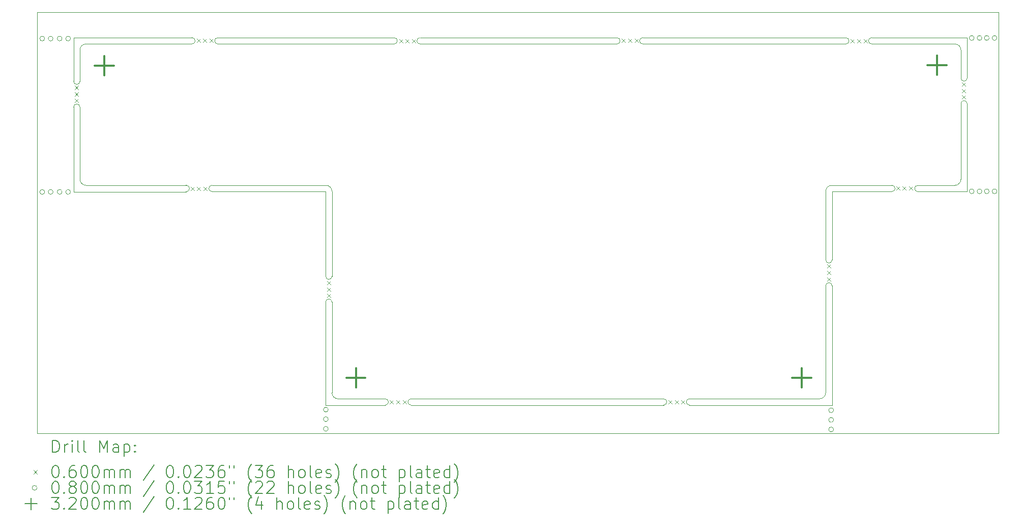
<source format=gbr>
%TF.GenerationSoftware,KiCad,Pcbnew,8.0.2*%
%TF.CreationDate,2025-02-09T16:12:08+01:00*%
%TF.ProjectId,FT25_AMS_Slave_fr,46543235-5f41-44d5-935f-536c6176655f,rev?*%
%TF.SameCoordinates,Original*%
%TF.FileFunction,Drillmap*%
%TF.FilePolarity,Positive*%
%FSLAX45Y45*%
G04 Gerber Fmt 4.5, Leading zero omitted, Abs format (unit mm)*
G04 Created by KiCad (PCBNEW 8.0.2) date 2025-02-09 16:12:08*
%MOMM*%
%LPD*%
G01*
G04 APERTURE LIST*
%ADD10C,0.050000*%
%ADD11C,0.200000*%
%ADD12C,0.100000*%
%ADD13C,0.320000*%
G04 APERTURE END LIST*
D10*
X15805000Y-7530000D02*
X19184912Y-7530000D01*
X8635000Y-9985000D02*
G75*
G02*
X8635000Y-9880000I0J52500D01*
G01*
X16582500Y-13535000D02*
G75*
G02*
X16582500Y-13430000I0J52500D01*
G01*
X5725000Y-7005000D02*
X21725000Y-7005000D01*
X21725000Y-14005000D01*
X5725000Y-14005000D01*
X5725000Y-7005000D01*
X18850000Y-9980001D02*
X18850000Y-11120000D01*
X19184912Y-7425082D02*
G75*
G02*
X19184912Y-7529918I-2J-52418D01*
G01*
X21100000Y-9780001D02*
G75*
G02*
X21000000Y-9880000I-100000J1D01*
G01*
X21205000Y-8095000D02*
X21205000Y-7425000D01*
X10527500Y-11392500D02*
X10527500Y-9985000D01*
X18955000Y-11120000D02*
G75*
G02*
X18850000Y-11120000I-52500J0D01*
G01*
X10632112Y-9980001D02*
X10632500Y-11392500D01*
X15805000Y-7530000D02*
G75*
G02*
X15805000Y-7425000I0J52500D01*
G01*
X18850000Y-13330001D02*
G75*
G02*
X18750000Y-13430000I-100000J1D01*
G01*
X18750000Y-13430000D02*
X16582500Y-13430000D01*
X8732500Y-7425000D02*
X11667582Y-7425000D01*
X11948330Y-13535000D02*
X16152412Y-13535000D01*
X6437613Y-7630001D02*
G75*
G02*
X6537613Y-7530003I99997J1D01*
G01*
X19615000Y-7530000D02*
X21000001Y-7530000D01*
X10527582Y-11822588D02*
G75*
G02*
X10632418Y-11822588I52418J0D01*
G01*
X20382500Y-9880000D02*
X21000000Y-9880000D01*
X6332500Y-8580000D02*
X6332500Y-9987500D01*
X19952412Y-9984918D02*
X18955000Y-9984918D01*
X20382500Y-9985000D02*
G75*
G02*
X20382500Y-9880000I0J52500D01*
G01*
X8302412Y-7425082D02*
X6332500Y-7425082D01*
X18950348Y-9880000D02*
X19952412Y-9880000D01*
X21205000Y-8095000D02*
G75*
G02*
X21100000Y-8095000I-52500J0D01*
G01*
X8635000Y-9880000D02*
X10532111Y-9880000D01*
X21000001Y-7530000D02*
G75*
G02*
X21099998Y-7629384I-1J-100000D01*
G01*
X6437500Y-8580000D02*
X6437613Y-9780375D01*
X8732500Y-7530000D02*
X11667582Y-7530000D01*
X11518242Y-13430082D02*
G75*
G02*
X11518242Y-13534918I-2J-52418D01*
G01*
X8302412Y-7529918D02*
X6537613Y-7529918D01*
X12097670Y-7425000D02*
X15374912Y-7425000D01*
X6437418Y-8149912D02*
G75*
G02*
X6332582Y-8149912I-52418J0D01*
G01*
X6332500Y-8580000D02*
G75*
G02*
X6437500Y-8580000I52500J0D01*
G01*
X12097670Y-7530000D02*
X15374912Y-7530000D01*
X10732111Y-13430000D02*
G75*
G02*
X10632110Y-13330001I-1J100000D01*
G01*
X15374912Y-7425082D02*
G75*
G02*
X15374912Y-7529918I-2J-52418D01*
G01*
X18955000Y-11120000D02*
X18955000Y-9984918D01*
X18954918Y-11550088D02*
X18954918Y-13535000D01*
X6332500Y-9987500D02*
X8204912Y-9987500D01*
X10632418Y-11822588D02*
X10632112Y-13330001D01*
X10532111Y-9880000D02*
G75*
G02*
X10632110Y-9980001I-1J-100000D01*
G01*
X10632500Y-11392500D02*
G75*
G02*
X10527500Y-11392500I-52500J0D01*
G01*
X6437613Y-7630001D02*
X6437613Y-8149912D01*
X21202500Y-9985000D02*
X21204918Y-9985000D01*
X19615000Y-7425000D02*
X21205000Y-7425000D01*
X11518242Y-13430082D02*
X10732111Y-13430082D01*
X15805000Y-7425000D02*
X19184912Y-7425000D01*
X11518242Y-13534918D02*
X10527500Y-13534918D01*
X11667582Y-7425082D02*
G75*
G02*
X11667582Y-7529918I-2J-52418D01*
G01*
X11948330Y-13535000D02*
G75*
G02*
X11948330Y-13430000I0J52500D01*
G01*
X16152412Y-13430082D02*
G75*
G02*
X16152412Y-13534918I-2J-52418D01*
G01*
X21100000Y-8095000D02*
X21100000Y-7629384D01*
X8732500Y-7530000D02*
G75*
G02*
X8732500Y-7425000I0J52500D01*
G01*
X19952412Y-9880082D02*
G75*
G02*
X19952412Y-9984918I-2J-52418D01*
G01*
X8635000Y-9985000D02*
X10527500Y-9985000D01*
X18850082Y-11550088D02*
G75*
G02*
X18954918Y-11550088I52418J0D01*
G01*
X19615000Y-7530000D02*
G75*
G02*
X19615000Y-7425000I0J52500D01*
G01*
X8302412Y-7425082D02*
G75*
G02*
X8302412Y-7529918I-2J-52418D01*
G01*
X21204918Y-8525088D02*
X21204918Y-9985000D01*
X21100082Y-8525088D02*
X21100082Y-9780001D01*
X18850082Y-11550088D02*
X18850000Y-13330001D01*
X21100082Y-8525088D02*
G75*
G02*
X21204918Y-8525088I52418J0D01*
G01*
X12097670Y-7530000D02*
G75*
G02*
X12097670Y-7425000I0J52500D01*
G01*
X6332500Y-7425000D02*
X6332500Y-8149912D01*
X8204912Y-9877500D02*
G75*
G02*
X8204912Y-9987500I-2J-55000D01*
G01*
X20382500Y-9985000D02*
X21202500Y-9985000D01*
X10527582Y-11822588D02*
X10527500Y-13534918D01*
X16582500Y-13535000D02*
X18954918Y-13535000D01*
X6537611Y-9880000D02*
G75*
G02*
X6437611Y-9780375I-1J100000D01*
G01*
X6537611Y-9880000D02*
X8204912Y-9877500D01*
X16152412Y-13430082D02*
X11948330Y-13430082D01*
X18850000Y-9980001D02*
G75*
G02*
X18950348Y-9880001I100000J1D01*
G01*
D11*
D12*
X6355000Y-8225000D02*
X6415000Y-8285000D01*
X6415000Y-8225000D02*
X6355000Y-8285000D01*
X6355000Y-8335000D02*
X6415000Y-8395000D01*
X6415000Y-8335000D02*
X6355000Y-8395000D01*
X6355000Y-8440000D02*
X6415000Y-8500000D01*
X6415000Y-8440000D02*
X6355000Y-8500000D01*
X8280000Y-9905000D02*
X8340000Y-9965000D01*
X8340000Y-9905000D02*
X8280000Y-9965000D01*
X8380000Y-7445000D02*
X8440000Y-7505000D01*
X8440000Y-7445000D02*
X8380000Y-7505000D01*
X8385000Y-9905000D02*
X8445000Y-9965000D01*
X8445000Y-9905000D02*
X8385000Y-9965000D01*
X8485000Y-7445000D02*
X8545000Y-7505000D01*
X8545000Y-7445000D02*
X8485000Y-7505000D01*
X8495000Y-9905000D02*
X8555000Y-9965000D01*
X8555000Y-9905000D02*
X8495000Y-9965000D01*
X8595000Y-7445000D02*
X8655000Y-7505000D01*
X8655000Y-7445000D02*
X8595000Y-7505000D01*
X10550000Y-11470000D02*
X10610000Y-11530000D01*
X10610000Y-11470000D02*
X10550000Y-11530000D01*
X10550000Y-11580000D02*
X10610000Y-11640000D01*
X10610000Y-11580000D02*
X10550000Y-11640000D01*
X10550000Y-11685000D02*
X10610000Y-11745000D01*
X10610000Y-11685000D02*
X10550000Y-11745000D01*
X11595000Y-13450000D02*
X11655000Y-13510000D01*
X11655000Y-13450000D02*
X11595000Y-13510000D01*
X11700000Y-13450000D02*
X11760000Y-13510000D01*
X11760000Y-13450000D02*
X11700000Y-13510000D01*
X11750000Y-7450000D02*
X11810000Y-7510000D01*
X11810000Y-7450000D02*
X11750000Y-7510000D01*
X11810000Y-13450000D02*
X11870000Y-13510000D01*
X11870000Y-13450000D02*
X11810000Y-13510000D01*
X11855000Y-7450000D02*
X11915000Y-7510000D01*
X11915000Y-7450000D02*
X11855000Y-7510000D01*
X11965000Y-7450000D02*
X12025000Y-7510000D01*
X12025000Y-7450000D02*
X11965000Y-7510000D01*
X15455000Y-7445000D02*
X15515000Y-7505000D01*
X15515000Y-7445000D02*
X15455000Y-7505000D01*
X15560000Y-7445000D02*
X15620000Y-7505000D01*
X15620000Y-7445000D02*
X15560000Y-7505000D01*
X15670000Y-7445000D02*
X15730000Y-7505000D01*
X15730000Y-7445000D02*
X15670000Y-7505000D01*
X16230000Y-13455000D02*
X16290000Y-13515000D01*
X16290000Y-13455000D02*
X16230000Y-13515000D01*
X16340000Y-13455000D02*
X16400000Y-13515000D01*
X16400000Y-13455000D02*
X16340000Y-13515000D01*
X16445000Y-13455000D02*
X16505000Y-13515000D01*
X16505000Y-13455000D02*
X16445000Y-13515000D01*
X18875000Y-11195000D02*
X18935000Y-11255000D01*
X18935000Y-11195000D02*
X18875000Y-11255000D01*
X18875000Y-11305000D02*
X18935000Y-11365000D01*
X18935000Y-11305000D02*
X18875000Y-11365000D01*
X18875000Y-11410000D02*
X18935000Y-11470000D01*
X18935000Y-11410000D02*
X18875000Y-11470000D01*
X19265000Y-7450000D02*
X19325000Y-7510000D01*
X19325000Y-7450000D02*
X19265000Y-7510000D01*
X19370000Y-7450000D02*
X19430000Y-7510000D01*
X19430000Y-7450000D02*
X19370000Y-7510000D01*
X19480000Y-7450000D02*
X19540000Y-7510000D01*
X19540000Y-7450000D02*
X19480000Y-7510000D01*
X20025000Y-9900000D02*
X20085000Y-9960000D01*
X20085000Y-9900000D02*
X20025000Y-9960000D01*
X20130000Y-9900000D02*
X20190000Y-9960000D01*
X20190000Y-9900000D02*
X20130000Y-9960000D01*
X20240000Y-9900000D02*
X20300000Y-9960000D01*
X20300000Y-9900000D02*
X20240000Y-9960000D01*
X21120000Y-8170000D02*
X21180000Y-8230000D01*
X21180000Y-8170000D02*
X21120000Y-8230000D01*
X21120000Y-8280000D02*
X21180000Y-8340000D01*
X21180000Y-8280000D02*
X21120000Y-8340000D01*
X21120000Y-8385000D02*
X21180000Y-8445000D01*
X21180000Y-8385000D02*
X21120000Y-8445000D01*
X5850000Y-7440000D02*
G75*
G02*
X5770000Y-7440000I-40000J0D01*
G01*
X5770000Y-7440000D02*
G75*
G02*
X5850000Y-7440000I40000J0D01*
G01*
X5850000Y-9990000D02*
G75*
G02*
X5770000Y-9990000I-40000J0D01*
G01*
X5770000Y-9990000D02*
G75*
G02*
X5850000Y-9990000I40000J0D01*
G01*
X5990000Y-7440000D02*
G75*
G02*
X5910000Y-7440000I-40000J0D01*
G01*
X5910000Y-7440000D02*
G75*
G02*
X5990000Y-7440000I40000J0D01*
G01*
X5990000Y-9990000D02*
G75*
G02*
X5910000Y-9990000I-40000J0D01*
G01*
X5910000Y-9990000D02*
G75*
G02*
X5990000Y-9990000I40000J0D01*
G01*
X6140000Y-7440000D02*
G75*
G02*
X6060000Y-7440000I-40000J0D01*
G01*
X6060000Y-7440000D02*
G75*
G02*
X6140000Y-7440000I40000J0D01*
G01*
X6140000Y-9990000D02*
G75*
G02*
X6060000Y-9990000I-40000J0D01*
G01*
X6060000Y-9990000D02*
G75*
G02*
X6140000Y-9990000I40000J0D01*
G01*
X6280000Y-7440000D02*
G75*
G02*
X6200000Y-7440000I-40000J0D01*
G01*
X6200000Y-7440000D02*
G75*
G02*
X6280000Y-7440000I40000J0D01*
G01*
X6280000Y-9990000D02*
G75*
G02*
X6200000Y-9990000I-40000J0D01*
G01*
X6200000Y-9990000D02*
G75*
G02*
X6280000Y-9990000I40000J0D01*
G01*
X10570000Y-13610000D02*
G75*
G02*
X10490000Y-13610000I-40000J0D01*
G01*
X10490000Y-13610000D02*
G75*
G02*
X10570000Y-13610000I40000J0D01*
G01*
X10570000Y-13770000D02*
G75*
G02*
X10490000Y-13770000I-40000J0D01*
G01*
X10490000Y-13770000D02*
G75*
G02*
X10570000Y-13770000I40000J0D01*
G01*
X10570000Y-13930000D02*
G75*
G02*
X10490000Y-13930000I-40000J0D01*
G01*
X10490000Y-13930000D02*
G75*
G02*
X10570000Y-13930000I40000J0D01*
G01*
X18980000Y-13620000D02*
G75*
G02*
X18900000Y-13620000I-40000J0D01*
G01*
X18900000Y-13620000D02*
G75*
G02*
X18980000Y-13620000I40000J0D01*
G01*
X18980000Y-13780000D02*
G75*
G02*
X18900000Y-13780000I-40000J0D01*
G01*
X18900000Y-13780000D02*
G75*
G02*
X18980000Y-13780000I40000J0D01*
G01*
X18980000Y-13940000D02*
G75*
G02*
X18900000Y-13940000I-40000J0D01*
G01*
X18900000Y-13940000D02*
G75*
G02*
X18980000Y-13940000I40000J0D01*
G01*
X21320000Y-7430000D02*
G75*
G02*
X21240000Y-7430000I-40000J0D01*
G01*
X21240000Y-7430000D02*
G75*
G02*
X21320000Y-7430000I40000J0D01*
G01*
X21320000Y-9980000D02*
G75*
G02*
X21240000Y-9980000I-40000J0D01*
G01*
X21240000Y-9980000D02*
G75*
G02*
X21320000Y-9980000I40000J0D01*
G01*
X21450000Y-7430000D02*
G75*
G02*
X21370000Y-7430000I-40000J0D01*
G01*
X21370000Y-7430000D02*
G75*
G02*
X21450000Y-7430000I40000J0D01*
G01*
X21450000Y-9980000D02*
G75*
G02*
X21370000Y-9980000I-40000J0D01*
G01*
X21370000Y-9980000D02*
G75*
G02*
X21450000Y-9980000I40000J0D01*
G01*
X21570000Y-7430000D02*
G75*
G02*
X21490000Y-7430000I-40000J0D01*
G01*
X21490000Y-7430000D02*
G75*
G02*
X21570000Y-7430000I40000J0D01*
G01*
X21570000Y-9980000D02*
G75*
G02*
X21490000Y-9980000I-40000J0D01*
G01*
X21490000Y-9980000D02*
G75*
G02*
X21570000Y-9980000I40000J0D01*
G01*
X21700000Y-7430000D02*
G75*
G02*
X21620000Y-7430000I-40000J0D01*
G01*
X21620000Y-7430000D02*
G75*
G02*
X21700000Y-7430000I40000J0D01*
G01*
X21700000Y-9980000D02*
G75*
G02*
X21620000Y-9980000I-40000J0D01*
G01*
X21620000Y-9980000D02*
G75*
G02*
X21700000Y-9980000I40000J0D01*
G01*
D13*
X6840000Y-7730000D02*
X6840000Y-8050000D01*
X6680000Y-7890000D02*
X7000000Y-7890000D01*
X11030000Y-12920000D02*
X11030000Y-13240000D01*
X10870000Y-13080000D02*
X11190000Y-13080000D01*
X18450000Y-12920000D02*
X18450000Y-13240000D01*
X18290000Y-13080000D02*
X18610000Y-13080000D01*
X20700000Y-7720000D02*
X20700000Y-8040000D01*
X20540000Y-7880000D02*
X20860000Y-7880000D01*
D11*
X5983277Y-14318984D02*
X5983277Y-14118984D01*
X5983277Y-14118984D02*
X6030896Y-14118984D01*
X6030896Y-14118984D02*
X6059467Y-14128508D01*
X6059467Y-14128508D02*
X6078515Y-14147555D01*
X6078515Y-14147555D02*
X6088039Y-14166603D01*
X6088039Y-14166603D02*
X6097562Y-14204698D01*
X6097562Y-14204698D02*
X6097562Y-14233269D01*
X6097562Y-14233269D02*
X6088039Y-14271365D01*
X6088039Y-14271365D02*
X6078515Y-14290412D01*
X6078515Y-14290412D02*
X6059467Y-14309460D01*
X6059467Y-14309460D02*
X6030896Y-14318984D01*
X6030896Y-14318984D02*
X5983277Y-14318984D01*
X6183277Y-14318984D02*
X6183277Y-14185650D01*
X6183277Y-14223746D02*
X6192801Y-14204698D01*
X6192801Y-14204698D02*
X6202324Y-14195174D01*
X6202324Y-14195174D02*
X6221372Y-14185650D01*
X6221372Y-14185650D02*
X6240420Y-14185650D01*
X6307086Y-14318984D02*
X6307086Y-14185650D01*
X6307086Y-14118984D02*
X6297562Y-14128508D01*
X6297562Y-14128508D02*
X6307086Y-14138031D01*
X6307086Y-14138031D02*
X6316610Y-14128508D01*
X6316610Y-14128508D02*
X6307086Y-14118984D01*
X6307086Y-14118984D02*
X6307086Y-14138031D01*
X6430896Y-14318984D02*
X6411848Y-14309460D01*
X6411848Y-14309460D02*
X6402324Y-14290412D01*
X6402324Y-14290412D02*
X6402324Y-14118984D01*
X6535658Y-14318984D02*
X6516610Y-14309460D01*
X6516610Y-14309460D02*
X6507086Y-14290412D01*
X6507086Y-14290412D02*
X6507086Y-14118984D01*
X6764229Y-14318984D02*
X6764229Y-14118984D01*
X6764229Y-14118984D02*
X6830896Y-14261841D01*
X6830896Y-14261841D02*
X6897562Y-14118984D01*
X6897562Y-14118984D02*
X6897562Y-14318984D01*
X7078515Y-14318984D02*
X7078515Y-14214222D01*
X7078515Y-14214222D02*
X7068991Y-14195174D01*
X7068991Y-14195174D02*
X7049943Y-14185650D01*
X7049943Y-14185650D02*
X7011848Y-14185650D01*
X7011848Y-14185650D02*
X6992801Y-14195174D01*
X7078515Y-14309460D02*
X7059467Y-14318984D01*
X7059467Y-14318984D02*
X7011848Y-14318984D01*
X7011848Y-14318984D02*
X6992801Y-14309460D01*
X6992801Y-14309460D02*
X6983277Y-14290412D01*
X6983277Y-14290412D02*
X6983277Y-14271365D01*
X6983277Y-14271365D02*
X6992801Y-14252317D01*
X6992801Y-14252317D02*
X7011848Y-14242793D01*
X7011848Y-14242793D02*
X7059467Y-14242793D01*
X7059467Y-14242793D02*
X7078515Y-14233269D01*
X7173753Y-14185650D02*
X7173753Y-14385650D01*
X7173753Y-14195174D02*
X7192801Y-14185650D01*
X7192801Y-14185650D02*
X7230896Y-14185650D01*
X7230896Y-14185650D02*
X7249943Y-14195174D01*
X7249943Y-14195174D02*
X7259467Y-14204698D01*
X7259467Y-14204698D02*
X7268991Y-14223746D01*
X7268991Y-14223746D02*
X7268991Y-14280888D01*
X7268991Y-14280888D02*
X7259467Y-14299936D01*
X7259467Y-14299936D02*
X7249943Y-14309460D01*
X7249943Y-14309460D02*
X7230896Y-14318984D01*
X7230896Y-14318984D02*
X7192801Y-14318984D01*
X7192801Y-14318984D02*
X7173753Y-14309460D01*
X7354705Y-14299936D02*
X7364229Y-14309460D01*
X7364229Y-14309460D02*
X7354705Y-14318984D01*
X7354705Y-14318984D02*
X7345182Y-14309460D01*
X7345182Y-14309460D02*
X7354705Y-14299936D01*
X7354705Y-14299936D02*
X7354705Y-14318984D01*
X7354705Y-14195174D02*
X7364229Y-14204698D01*
X7364229Y-14204698D02*
X7354705Y-14214222D01*
X7354705Y-14214222D02*
X7345182Y-14204698D01*
X7345182Y-14204698D02*
X7354705Y-14195174D01*
X7354705Y-14195174D02*
X7354705Y-14214222D01*
D12*
X5662500Y-14617500D02*
X5722500Y-14677500D01*
X5722500Y-14617500D02*
X5662500Y-14677500D01*
D11*
X6021372Y-14538984D02*
X6040420Y-14538984D01*
X6040420Y-14538984D02*
X6059467Y-14548508D01*
X6059467Y-14548508D02*
X6068991Y-14558031D01*
X6068991Y-14558031D02*
X6078515Y-14577079D01*
X6078515Y-14577079D02*
X6088039Y-14615174D01*
X6088039Y-14615174D02*
X6088039Y-14662793D01*
X6088039Y-14662793D02*
X6078515Y-14700888D01*
X6078515Y-14700888D02*
X6068991Y-14719936D01*
X6068991Y-14719936D02*
X6059467Y-14729460D01*
X6059467Y-14729460D02*
X6040420Y-14738984D01*
X6040420Y-14738984D02*
X6021372Y-14738984D01*
X6021372Y-14738984D02*
X6002324Y-14729460D01*
X6002324Y-14729460D02*
X5992801Y-14719936D01*
X5992801Y-14719936D02*
X5983277Y-14700888D01*
X5983277Y-14700888D02*
X5973753Y-14662793D01*
X5973753Y-14662793D02*
X5973753Y-14615174D01*
X5973753Y-14615174D02*
X5983277Y-14577079D01*
X5983277Y-14577079D02*
X5992801Y-14558031D01*
X5992801Y-14558031D02*
X6002324Y-14548508D01*
X6002324Y-14548508D02*
X6021372Y-14538984D01*
X6173753Y-14719936D02*
X6183277Y-14729460D01*
X6183277Y-14729460D02*
X6173753Y-14738984D01*
X6173753Y-14738984D02*
X6164229Y-14729460D01*
X6164229Y-14729460D02*
X6173753Y-14719936D01*
X6173753Y-14719936D02*
X6173753Y-14738984D01*
X6354705Y-14538984D02*
X6316610Y-14538984D01*
X6316610Y-14538984D02*
X6297562Y-14548508D01*
X6297562Y-14548508D02*
X6288039Y-14558031D01*
X6288039Y-14558031D02*
X6268991Y-14586603D01*
X6268991Y-14586603D02*
X6259467Y-14624698D01*
X6259467Y-14624698D02*
X6259467Y-14700888D01*
X6259467Y-14700888D02*
X6268991Y-14719936D01*
X6268991Y-14719936D02*
X6278515Y-14729460D01*
X6278515Y-14729460D02*
X6297562Y-14738984D01*
X6297562Y-14738984D02*
X6335658Y-14738984D01*
X6335658Y-14738984D02*
X6354705Y-14729460D01*
X6354705Y-14729460D02*
X6364229Y-14719936D01*
X6364229Y-14719936D02*
X6373753Y-14700888D01*
X6373753Y-14700888D02*
X6373753Y-14653269D01*
X6373753Y-14653269D02*
X6364229Y-14634222D01*
X6364229Y-14634222D02*
X6354705Y-14624698D01*
X6354705Y-14624698D02*
X6335658Y-14615174D01*
X6335658Y-14615174D02*
X6297562Y-14615174D01*
X6297562Y-14615174D02*
X6278515Y-14624698D01*
X6278515Y-14624698D02*
X6268991Y-14634222D01*
X6268991Y-14634222D02*
X6259467Y-14653269D01*
X6497562Y-14538984D02*
X6516610Y-14538984D01*
X6516610Y-14538984D02*
X6535658Y-14548508D01*
X6535658Y-14548508D02*
X6545182Y-14558031D01*
X6545182Y-14558031D02*
X6554705Y-14577079D01*
X6554705Y-14577079D02*
X6564229Y-14615174D01*
X6564229Y-14615174D02*
X6564229Y-14662793D01*
X6564229Y-14662793D02*
X6554705Y-14700888D01*
X6554705Y-14700888D02*
X6545182Y-14719936D01*
X6545182Y-14719936D02*
X6535658Y-14729460D01*
X6535658Y-14729460D02*
X6516610Y-14738984D01*
X6516610Y-14738984D02*
X6497562Y-14738984D01*
X6497562Y-14738984D02*
X6478515Y-14729460D01*
X6478515Y-14729460D02*
X6468991Y-14719936D01*
X6468991Y-14719936D02*
X6459467Y-14700888D01*
X6459467Y-14700888D02*
X6449943Y-14662793D01*
X6449943Y-14662793D02*
X6449943Y-14615174D01*
X6449943Y-14615174D02*
X6459467Y-14577079D01*
X6459467Y-14577079D02*
X6468991Y-14558031D01*
X6468991Y-14558031D02*
X6478515Y-14548508D01*
X6478515Y-14548508D02*
X6497562Y-14538984D01*
X6688039Y-14538984D02*
X6707086Y-14538984D01*
X6707086Y-14538984D02*
X6726134Y-14548508D01*
X6726134Y-14548508D02*
X6735658Y-14558031D01*
X6735658Y-14558031D02*
X6745182Y-14577079D01*
X6745182Y-14577079D02*
X6754705Y-14615174D01*
X6754705Y-14615174D02*
X6754705Y-14662793D01*
X6754705Y-14662793D02*
X6745182Y-14700888D01*
X6745182Y-14700888D02*
X6735658Y-14719936D01*
X6735658Y-14719936D02*
X6726134Y-14729460D01*
X6726134Y-14729460D02*
X6707086Y-14738984D01*
X6707086Y-14738984D02*
X6688039Y-14738984D01*
X6688039Y-14738984D02*
X6668991Y-14729460D01*
X6668991Y-14729460D02*
X6659467Y-14719936D01*
X6659467Y-14719936D02*
X6649943Y-14700888D01*
X6649943Y-14700888D02*
X6640420Y-14662793D01*
X6640420Y-14662793D02*
X6640420Y-14615174D01*
X6640420Y-14615174D02*
X6649943Y-14577079D01*
X6649943Y-14577079D02*
X6659467Y-14558031D01*
X6659467Y-14558031D02*
X6668991Y-14548508D01*
X6668991Y-14548508D02*
X6688039Y-14538984D01*
X6840420Y-14738984D02*
X6840420Y-14605650D01*
X6840420Y-14624698D02*
X6849943Y-14615174D01*
X6849943Y-14615174D02*
X6868991Y-14605650D01*
X6868991Y-14605650D02*
X6897563Y-14605650D01*
X6897563Y-14605650D02*
X6916610Y-14615174D01*
X6916610Y-14615174D02*
X6926134Y-14634222D01*
X6926134Y-14634222D02*
X6926134Y-14738984D01*
X6926134Y-14634222D02*
X6935658Y-14615174D01*
X6935658Y-14615174D02*
X6954705Y-14605650D01*
X6954705Y-14605650D02*
X6983277Y-14605650D01*
X6983277Y-14605650D02*
X7002324Y-14615174D01*
X7002324Y-14615174D02*
X7011848Y-14634222D01*
X7011848Y-14634222D02*
X7011848Y-14738984D01*
X7107086Y-14738984D02*
X7107086Y-14605650D01*
X7107086Y-14624698D02*
X7116610Y-14615174D01*
X7116610Y-14615174D02*
X7135658Y-14605650D01*
X7135658Y-14605650D02*
X7164229Y-14605650D01*
X7164229Y-14605650D02*
X7183277Y-14615174D01*
X7183277Y-14615174D02*
X7192801Y-14634222D01*
X7192801Y-14634222D02*
X7192801Y-14738984D01*
X7192801Y-14634222D02*
X7202324Y-14615174D01*
X7202324Y-14615174D02*
X7221372Y-14605650D01*
X7221372Y-14605650D02*
X7249943Y-14605650D01*
X7249943Y-14605650D02*
X7268991Y-14615174D01*
X7268991Y-14615174D02*
X7278515Y-14634222D01*
X7278515Y-14634222D02*
X7278515Y-14738984D01*
X7668991Y-14529460D02*
X7497563Y-14786603D01*
X7926134Y-14538984D02*
X7945182Y-14538984D01*
X7945182Y-14538984D02*
X7964229Y-14548508D01*
X7964229Y-14548508D02*
X7973753Y-14558031D01*
X7973753Y-14558031D02*
X7983277Y-14577079D01*
X7983277Y-14577079D02*
X7992801Y-14615174D01*
X7992801Y-14615174D02*
X7992801Y-14662793D01*
X7992801Y-14662793D02*
X7983277Y-14700888D01*
X7983277Y-14700888D02*
X7973753Y-14719936D01*
X7973753Y-14719936D02*
X7964229Y-14729460D01*
X7964229Y-14729460D02*
X7945182Y-14738984D01*
X7945182Y-14738984D02*
X7926134Y-14738984D01*
X7926134Y-14738984D02*
X7907086Y-14729460D01*
X7907086Y-14729460D02*
X7897563Y-14719936D01*
X7897563Y-14719936D02*
X7888039Y-14700888D01*
X7888039Y-14700888D02*
X7878515Y-14662793D01*
X7878515Y-14662793D02*
X7878515Y-14615174D01*
X7878515Y-14615174D02*
X7888039Y-14577079D01*
X7888039Y-14577079D02*
X7897563Y-14558031D01*
X7897563Y-14558031D02*
X7907086Y-14548508D01*
X7907086Y-14548508D02*
X7926134Y-14538984D01*
X8078515Y-14719936D02*
X8088039Y-14729460D01*
X8088039Y-14729460D02*
X8078515Y-14738984D01*
X8078515Y-14738984D02*
X8068991Y-14729460D01*
X8068991Y-14729460D02*
X8078515Y-14719936D01*
X8078515Y-14719936D02*
X8078515Y-14738984D01*
X8211848Y-14538984D02*
X8230896Y-14538984D01*
X8230896Y-14538984D02*
X8249944Y-14548508D01*
X8249944Y-14548508D02*
X8259467Y-14558031D01*
X8259467Y-14558031D02*
X8268991Y-14577079D01*
X8268991Y-14577079D02*
X8278515Y-14615174D01*
X8278515Y-14615174D02*
X8278515Y-14662793D01*
X8278515Y-14662793D02*
X8268991Y-14700888D01*
X8268991Y-14700888D02*
X8259467Y-14719936D01*
X8259467Y-14719936D02*
X8249944Y-14729460D01*
X8249944Y-14729460D02*
X8230896Y-14738984D01*
X8230896Y-14738984D02*
X8211848Y-14738984D01*
X8211848Y-14738984D02*
X8192801Y-14729460D01*
X8192801Y-14729460D02*
X8183277Y-14719936D01*
X8183277Y-14719936D02*
X8173753Y-14700888D01*
X8173753Y-14700888D02*
X8164229Y-14662793D01*
X8164229Y-14662793D02*
X8164229Y-14615174D01*
X8164229Y-14615174D02*
X8173753Y-14577079D01*
X8173753Y-14577079D02*
X8183277Y-14558031D01*
X8183277Y-14558031D02*
X8192801Y-14548508D01*
X8192801Y-14548508D02*
X8211848Y-14538984D01*
X8354706Y-14558031D02*
X8364229Y-14548508D01*
X8364229Y-14548508D02*
X8383277Y-14538984D01*
X8383277Y-14538984D02*
X8430896Y-14538984D01*
X8430896Y-14538984D02*
X8449944Y-14548508D01*
X8449944Y-14548508D02*
X8459468Y-14558031D01*
X8459468Y-14558031D02*
X8468991Y-14577079D01*
X8468991Y-14577079D02*
X8468991Y-14596127D01*
X8468991Y-14596127D02*
X8459468Y-14624698D01*
X8459468Y-14624698D02*
X8345182Y-14738984D01*
X8345182Y-14738984D02*
X8468991Y-14738984D01*
X8535658Y-14538984D02*
X8659468Y-14538984D01*
X8659468Y-14538984D02*
X8592801Y-14615174D01*
X8592801Y-14615174D02*
X8621372Y-14615174D01*
X8621372Y-14615174D02*
X8640420Y-14624698D01*
X8640420Y-14624698D02*
X8649944Y-14634222D01*
X8649944Y-14634222D02*
X8659468Y-14653269D01*
X8659468Y-14653269D02*
X8659468Y-14700888D01*
X8659468Y-14700888D02*
X8649944Y-14719936D01*
X8649944Y-14719936D02*
X8640420Y-14729460D01*
X8640420Y-14729460D02*
X8621372Y-14738984D01*
X8621372Y-14738984D02*
X8564229Y-14738984D01*
X8564229Y-14738984D02*
X8545182Y-14729460D01*
X8545182Y-14729460D02*
X8535658Y-14719936D01*
X8830896Y-14538984D02*
X8792801Y-14538984D01*
X8792801Y-14538984D02*
X8773753Y-14548508D01*
X8773753Y-14548508D02*
X8764229Y-14558031D01*
X8764229Y-14558031D02*
X8745182Y-14586603D01*
X8745182Y-14586603D02*
X8735658Y-14624698D01*
X8735658Y-14624698D02*
X8735658Y-14700888D01*
X8735658Y-14700888D02*
X8745182Y-14719936D01*
X8745182Y-14719936D02*
X8754706Y-14729460D01*
X8754706Y-14729460D02*
X8773753Y-14738984D01*
X8773753Y-14738984D02*
X8811849Y-14738984D01*
X8811849Y-14738984D02*
X8830896Y-14729460D01*
X8830896Y-14729460D02*
X8840420Y-14719936D01*
X8840420Y-14719936D02*
X8849944Y-14700888D01*
X8849944Y-14700888D02*
X8849944Y-14653269D01*
X8849944Y-14653269D02*
X8840420Y-14634222D01*
X8840420Y-14634222D02*
X8830896Y-14624698D01*
X8830896Y-14624698D02*
X8811849Y-14615174D01*
X8811849Y-14615174D02*
X8773753Y-14615174D01*
X8773753Y-14615174D02*
X8754706Y-14624698D01*
X8754706Y-14624698D02*
X8745182Y-14634222D01*
X8745182Y-14634222D02*
X8735658Y-14653269D01*
X8926134Y-14538984D02*
X8926134Y-14577079D01*
X9002325Y-14538984D02*
X9002325Y-14577079D01*
X9297563Y-14815174D02*
X9288039Y-14805650D01*
X9288039Y-14805650D02*
X9268991Y-14777079D01*
X9268991Y-14777079D02*
X9259468Y-14758031D01*
X9259468Y-14758031D02*
X9249944Y-14729460D01*
X9249944Y-14729460D02*
X9240420Y-14681841D01*
X9240420Y-14681841D02*
X9240420Y-14643746D01*
X9240420Y-14643746D02*
X9249944Y-14596127D01*
X9249944Y-14596127D02*
X9259468Y-14567555D01*
X9259468Y-14567555D02*
X9268991Y-14548508D01*
X9268991Y-14548508D02*
X9288039Y-14519936D01*
X9288039Y-14519936D02*
X9297563Y-14510412D01*
X9354706Y-14538984D02*
X9478515Y-14538984D01*
X9478515Y-14538984D02*
X9411849Y-14615174D01*
X9411849Y-14615174D02*
X9440420Y-14615174D01*
X9440420Y-14615174D02*
X9459468Y-14624698D01*
X9459468Y-14624698D02*
X9468991Y-14634222D01*
X9468991Y-14634222D02*
X9478515Y-14653269D01*
X9478515Y-14653269D02*
X9478515Y-14700888D01*
X9478515Y-14700888D02*
X9468991Y-14719936D01*
X9468991Y-14719936D02*
X9459468Y-14729460D01*
X9459468Y-14729460D02*
X9440420Y-14738984D01*
X9440420Y-14738984D02*
X9383277Y-14738984D01*
X9383277Y-14738984D02*
X9364230Y-14729460D01*
X9364230Y-14729460D02*
X9354706Y-14719936D01*
X9649944Y-14538984D02*
X9611849Y-14538984D01*
X9611849Y-14538984D02*
X9592801Y-14548508D01*
X9592801Y-14548508D02*
X9583277Y-14558031D01*
X9583277Y-14558031D02*
X9564230Y-14586603D01*
X9564230Y-14586603D02*
X9554706Y-14624698D01*
X9554706Y-14624698D02*
X9554706Y-14700888D01*
X9554706Y-14700888D02*
X9564230Y-14719936D01*
X9564230Y-14719936D02*
X9573753Y-14729460D01*
X9573753Y-14729460D02*
X9592801Y-14738984D01*
X9592801Y-14738984D02*
X9630896Y-14738984D01*
X9630896Y-14738984D02*
X9649944Y-14729460D01*
X9649944Y-14729460D02*
X9659468Y-14719936D01*
X9659468Y-14719936D02*
X9668991Y-14700888D01*
X9668991Y-14700888D02*
X9668991Y-14653269D01*
X9668991Y-14653269D02*
X9659468Y-14634222D01*
X9659468Y-14634222D02*
X9649944Y-14624698D01*
X9649944Y-14624698D02*
X9630896Y-14615174D01*
X9630896Y-14615174D02*
X9592801Y-14615174D01*
X9592801Y-14615174D02*
X9573753Y-14624698D01*
X9573753Y-14624698D02*
X9564230Y-14634222D01*
X9564230Y-14634222D02*
X9554706Y-14653269D01*
X9907087Y-14738984D02*
X9907087Y-14538984D01*
X9992801Y-14738984D02*
X9992801Y-14634222D01*
X9992801Y-14634222D02*
X9983277Y-14615174D01*
X9983277Y-14615174D02*
X9964230Y-14605650D01*
X9964230Y-14605650D02*
X9935658Y-14605650D01*
X9935658Y-14605650D02*
X9916611Y-14615174D01*
X9916611Y-14615174D02*
X9907087Y-14624698D01*
X10116611Y-14738984D02*
X10097563Y-14729460D01*
X10097563Y-14729460D02*
X10088039Y-14719936D01*
X10088039Y-14719936D02*
X10078515Y-14700888D01*
X10078515Y-14700888D02*
X10078515Y-14643746D01*
X10078515Y-14643746D02*
X10088039Y-14624698D01*
X10088039Y-14624698D02*
X10097563Y-14615174D01*
X10097563Y-14615174D02*
X10116611Y-14605650D01*
X10116611Y-14605650D02*
X10145182Y-14605650D01*
X10145182Y-14605650D02*
X10164230Y-14615174D01*
X10164230Y-14615174D02*
X10173753Y-14624698D01*
X10173753Y-14624698D02*
X10183277Y-14643746D01*
X10183277Y-14643746D02*
X10183277Y-14700888D01*
X10183277Y-14700888D02*
X10173753Y-14719936D01*
X10173753Y-14719936D02*
X10164230Y-14729460D01*
X10164230Y-14729460D02*
X10145182Y-14738984D01*
X10145182Y-14738984D02*
X10116611Y-14738984D01*
X10297563Y-14738984D02*
X10278515Y-14729460D01*
X10278515Y-14729460D02*
X10268992Y-14710412D01*
X10268992Y-14710412D02*
X10268992Y-14538984D01*
X10449944Y-14729460D02*
X10430896Y-14738984D01*
X10430896Y-14738984D02*
X10392801Y-14738984D01*
X10392801Y-14738984D02*
X10373753Y-14729460D01*
X10373753Y-14729460D02*
X10364230Y-14710412D01*
X10364230Y-14710412D02*
X10364230Y-14634222D01*
X10364230Y-14634222D02*
X10373753Y-14615174D01*
X10373753Y-14615174D02*
X10392801Y-14605650D01*
X10392801Y-14605650D02*
X10430896Y-14605650D01*
X10430896Y-14605650D02*
X10449944Y-14615174D01*
X10449944Y-14615174D02*
X10459468Y-14634222D01*
X10459468Y-14634222D02*
X10459468Y-14653269D01*
X10459468Y-14653269D02*
X10364230Y-14672317D01*
X10535658Y-14729460D02*
X10554706Y-14738984D01*
X10554706Y-14738984D02*
X10592801Y-14738984D01*
X10592801Y-14738984D02*
X10611849Y-14729460D01*
X10611849Y-14729460D02*
X10621373Y-14710412D01*
X10621373Y-14710412D02*
X10621373Y-14700888D01*
X10621373Y-14700888D02*
X10611849Y-14681841D01*
X10611849Y-14681841D02*
X10592801Y-14672317D01*
X10592801Y-14672317D02*
X10564230Y-14672317D01*
X10564230Y-14672317D02*
X10545182Y-14662793D01*
X10545182Y-14662793D02*
X10535658Y-14643746D01*
X10535658Y-14643746D02*
X10535658Y-14634222D01*
X10535658Y-14634222D02*
X10545182Y-14615174D01*
X10545182Y-14615174D02*
X10564230Y-14605650D01*
X10564230Y-14605650D02*
X10592801Y-14605650D01*
X10592801Y-14605650D02*
X10611849Y-14615174D01*
X10688039Y-14815174D02*
X10697563Y-14805650D01*
X10697563Y-14805650D02*
X10716611Y-14777079D01*
X10716611Y-14777079D02*
X10726134Y-14758031D01*
X10726134Y-14758031D02*
X10735658Y-14729460D01*
X10735658Y-14729460D02*
X10745182Y-14681841D01*
X10745182Y-14681841D02*
X10745182Y-14643746D01*
X10745182Y-14643746D02*
X10735658Y-14596127D01*
X10735658Y-14596127D02*
X10726134Y-14567555D01*
X10726134Y-14567555D02*
X10716611Y-14548508D01*
X10716611Y-14548508D02*
X10697563Y-14519936D01*
X10697563Y-14519936D02*
X10688039Y-14510412D01*
X11049944Y-14815174D02*
X11040420Y-14805650D01*
X11040420Y-14805650D02*
X11021373Y-14777079D01*
X11021373Y-14777079D02*
X11011849Y-14758031D01*
X11011849Y-14758031D02*
X11002325Y-14729460D01*
X11002325Y-14729460D02*
X10992801Y-14681841D01*
X10992801Y-14681841D02*
X10992801Y-14643746D01*
X10992801Y-14643746D02*
X11002325Y-14596127D01*
X11002325Y-14596127D02*
X11011849Y-14567555D01*
X11011849Y-14567555D02*
X11021373Y-14548508D01*
X11021373Y-14548508D02*
X11040420Y-14519936D01*
X11040420Y-14519936D02*
X11049944Y-14510412D01*
X11126134Y-14605650D02*
X11126134Y-14738984D01*
X11126134Y-14624698D02*
X11135658Y-14615174D01*
X11135658Y-14615174D02*
X11154706Y-14605650D01*
X11154706Y-14605650D02*
X11183277Y-14605650D01*
X11183277Y-14605650D02*
X11202325Y-14615174D01*
X11202325Y-14615174D02*
X11211849Y-14634222D01*
X11211849Y-14634222D02*
X11211849Y-14738984D01*
X11335658Y-14738984D02*
X11316611Y-14729460D01*
X11316611Y-14729460D02*
X11307087Y-14719936D01*
X11307087Y-14719936D02*
X11297563Y-14700888D01*
X11297563Y-14700888D02*
X11297563Y-14643746D01*
X11297563Y-14643746D02*
X11307087Y-14624698D01*
X11307087Y-14624698D02*
X11316611Y-14615174D01*
X11316611Y-14615174D02*
X11335658Y-14605650D01*
X11335658Y-14605650D02*
X11364230Y-14605650D01*
X11364230Y-14605650D02*
X11383277Y-14615174D01*
X11383277Y-14615174D02*
X11392801Y-14624698D01*
X11392801Y-14624698D02*
X11402325Y-14643746D01*
X11402325Y-14643746D02*
X11402325Y-14700888D01*
X11402325Y-14700888D02*
X11392801Y-14719936D01*
X11392801Y-14719936D02*
X11383277Y-14729460D01*
X11383277Y-14729460D02*
X11364230Y-14738984D01*
X11364230Y-14738984D02*
X11335658Y-14738984D01*
X11459468Y-14605650D02*
X11535658Y-14605650D01*
X11488039Y-14538984D02*
X11488039Y-14710412D01*
X11488039Y-14710412D02*
X11497563Y-14729460D01*
X11497563Y-14729460D02*
X11516611Y-14738984D01*
X11516611Y-14738984D02*
X11535658Y-14738984D01*
X11754706Y-14605650D02*
X11754706Y-14805650D01*
X11754706Y-14615174D02*
X11773753Y-14605650D01*
X11773753Y-14605650D02*
X11811849Y-14605650D01*
X11811849Y-14605650D02*
X11830896Y-14615174D01*
X11830896Y-14615174D02*
X11840420Y-14624698D01*
X11840420Y-14624698D02*
X11849944Y-14643746D01*
X11849944Y-14643746D02*
X11849944Y-14700888D01*
X11849944Y-14700888D02*
X11840420Y-14719936D01*
X11840420Y-14719936D02*
X11830896Y-14729460D01*
X11830896Y-14729460D02*
X11811849Y-14738984D01*
X11811849Y-14738984D02*
X11773753Y-14738984D01*
X11773753Y-14738984D02*
X11754706Y-14729460D01*
X11964230Y-14738984D02*
X11945182Y-14729460D01*
X11945182Y-14729460D02*
X11935658Y-14710412D01*
X11935658Y-14710412D02*
X11935658Y-14538984D01*
X12126134Y-14738984D02*
X12126134Y-14634222D01*
X12126134Y-14634222D02*
X12116611Y-14615174D01*
X12116611Y-14615174D02*
X12097563Y-14605650D01*
X12097563Y-14605650D02*
X12059468Y-14605650D01*
X12059468Y-14605650D02*
X12040420Y-14615174D01*
X12126134Y-14729460D02*
X12107087Y-14738984D01*
X12107087Y-14738984D02*
X12059468Y-14738984D01*
X12059468Y-14738984D02*
X12040420Y-14729460D01*
X12040420Y-14729460D02*
X12030896Y-14710412D01*
X12030896Y-14710412D02*
X12030896Y-14691365D01*
X12030896Y-14691365D02*
X12040420Y-14672317D01*
X12040420Y-14672317D02*
X12059468Y-14662793D01*
X12059468Y-14662793D02*
X12107087Y-14662793D01*
X12107087Y-14662793D02*
X12126134Y-14653269D01*
X12192801Y-14605650D02*
X12268992Y-14605650D01*
X12221373Y-14538984D02*
X12221373Y-14710412D01*
X12221373Y-14710412D02*
X12230896Y-14729460D01*
X12230896Y-14729460D02*
X12249944Y-14738984D01*
X12249944Y-14738984D02*
X12268992Y-14738984D01*
X12411849Y-14729460D02*
X12392801Y-14738984D01*
X12392801Y-14738984D02*
X12354706Y-14738984D01*
X12354706Y-14738984D02*
X12335658Y-14729460D01*
X12335658Y-14729460D02*
X12326134Y-14710412D01*
X12326134Y-14710412D02*
X12326134Y-14634222D01*
X12326134Y-14634222D02*
X12335658Y-14615174D01*
X12335658Y-14615174D02*
X12354706Y-14605650D01*
X12354706Y-14605650D02*
X12392801Y-14605650D01*
X12392801Y-14605650D02*
X12411849Y-14615174D01*
X12411849Y-14615174D02*
X12421373Y-14634222D01*
X12421373Y-14634222D02*
X12421373Y-14653269D01*
X12421373Y-14653269D02*
X12326134Y-14672317D01*
X12592801Y-14738984D02*
X12592801Y-14538984D01*
X12592801Y-14729460D02*
X12573754Y-14738984D01*
X12573754Y-14738984D02*
X12535658Y-14738984D01*
X12535658Y-14738984D02*
X12516611Y-14729460D01*
X12516611Y-14729460D02*
X12507087Y-14719936D01*
X12507087Y-14719936D02*
X12497563Y-14700888D01*
X12497563Y-14700888D02*
X12497563Y-14643746D01*
X12497563Y-14643746D02*
X12507087Y-14624698D01*
X12507087Y-14624698D02*
X12516611Y-14615174D01*
X12516611Y-14615174D02*
X12535658Y-14605650D01*
X12535658Y-14605650D02*
X12573754Y-14605650D01*
X12573754Y-14605650D02*
X12592801Y-14615174D01*
X12668992Y-14815174D02*
X12678515Y-14805650D01*
X12678515Y-14805650D02*
X12697563Y-14777079D01*
X12697563Y-14777079D02*
X12707087Y-14758031D01*
X12707087Y-14758031D02*
X12716611Y-14729460D01*
X12716611Y-14729460D02*
X12726134Y-14681841D01*
X12726134Y-14681841D02*
X12726134Y-14643746D01*
X12726134Y-14643746D02*
X12716611Y-14596127D01*
X12716611Y-14596127D02*
X12707087Y-14567555D01*
X12707087Y-14567555D02*
X12697563Y-14548508D01*
X12697563Y-14548508D02*
X12678515Y-14519936D01*
X12678515Y-14519936D02*
X12668992Y-14510412D01*
D12*
X5722500Y-14911500D02*
G75*
G02*
X5642500Y-14911500I-40000J0D01*
G01*
X5642500Y-14911500D02*
G75*
G02*
X5722500Y-14911500I40000J0D01*
G01*
D11*
X6021372Y-14802984D02*
X6040420Y-14802984D01*
X6040420Y-14802984D02*
X6059467Y-14812508D01*
X6059467Y-14812508D02*
X6068991Y-14822031D01*
X6068991Y-14822031D02*
X6078515Y-14841079D01*
X6078515Y-14841079D02*
X6088039Y-14879174D01*
X6088039Y-14879174D02*
X6088039Y-14926793D01*
X6088039Y-14926793D02*
X6078515Y-14964888D01*
X6078515Y-14964888D02*
X6068991Y-14983936D01*
X6068991Y-14983936D02*
X6059467Y-14993460D01*
X6059467Y-14993460D02*
X6040420Y-15002984D01*
X6040420Y-15002984D02*
X6021372Y-15002984D01*
X6021372Y-15002984D02*
X6002324Y-14993460D01*
X6002324Y-14993460D02*
X5992801Y-14983936D01*
X5992801Y-14983936D02*
X5983277Y-14964888D01*
X5983277Y-14964888D02*
X5973753Y-14926793D01*
X5973753Y-14926793D02*
X5973753Y-14879174D01*
X5973753Y-14879174D02*
X5983277Y-14841079D01*
X5983277Y-14841079D02*
X5992801Y-14822031D01*
X5992801Y-14822031D02*
X6002324Y-14812508D01*
X6002324Y-14812508D02*
X6021372Y-14802984D01*
X6173753Y-14983936D02*
X6183277Y-14993460D01*
X6183277Y-14993460D02*
X6173753Y-15002984D01*
X6173753Y-15002984D02*
X6164229Y-14993460D01*
X6164229Y-14993460D02*
X6173753Y-14983936D01*
X6173753Y-14983936D02*
X6173753Y-15002984D01*
X6297562Y-14888698D02*
X6278515Y-14879174D01*
X6278515Y-14879174D02*
X6268991Y-14869650D01*
X6268991Y-14869650D02*
X6259467Y-14850603D01*
X6259467Y-14850603D02*
X6259467Y-14841079D01*
X6259467Y-14841079D02*
X6268991Y-14822031D01*
X6268991Y-14822031D02*
X6278515Y-14812508D01*
X6278515Y-14812508D02*
X6297562Y-14802984D01*
X6297562Y-14802984D02*
X6335658Y-14802984D01*
X6335658Y-14802984D02*
X6354705Y-14812508D01*
X6354705Y-14812508D02*
X6364229Y-14822031D01*
X6364229Y-14822031D02*
X6373753Y-14841079D01*
X6373753Y-14841079D02*
X6373753Y-14850603D01*
X6373753Y-14850603D02*
X6364229Y-14869650D01*
X6364229Y-14869650D02*
X6354705Y-14879174D01*
X6354705Y-14879174D02*
X6335658Y-14888698D01*
X6335658Y-14888698D02*
X6297562Y-14888698D01*
X6297562Y-14888698D02*
X6278515Y-14898222D01*
X6278515Y-14898222D02*
X6268991Y-14907746D01*
X6268991Y-14907746D02*
X6259467Y-14926793D01*
X6259467Y-14926793D02*
X6259467Y-14964888D01*
X6259467Y-14964888D02*
X6268991Y-14983936D01*
X6268991Y-14983936D02*
X6278515Y-14993460D01*
X6278515Y-14993460D02*
X6297562Y-15002984D01*
X6297562Y-15002984D02*
X6335658Y-15002984D01*
X6335658Y-15002984D02*
X6354705Y-14993460D01*
X6354705Y-14993460D02*
X6364229Y-14983936D01*
X6364229Y-14983936D02*
X6373753Y-14964888D01*
X6373753Y-14964888D02*
X6373753Y-14926793D01*
X6373753Y-14926793D02*
X6364229Y-14907746D01*
X6364229Y-14907746D02*
X6354705Y-14898222D01*
X6354705Y-14898222D02*
X6335658Y-14888698D01*
X6497562Y-14802984D02*
X6516610Y-14802984D01*
X6516610Y-14802984D02*
X6535658Y-14812508D01*
X6535658Y-14812508D02*
X6545182Y-14822031D01*
X6545182Y-14822031D02*
X6554705Y-14841079D01*
X6554705Y-14841079D02*
X6564229Y-14879174D01*
X6564229Y-14879174D02*
X6564229Y-14926793D01*
X6564229Y-14926793D02*
X6554705Y-14964888D01*
X6554705Y-14964888D02*
X6545182Y-14983936D01*
X6545182Y-14983936D02*
X6535658Y-14993460D01*
X6535658Y-14993460D02*
X6516610Y-15002984D01*
X6516610Y-15002984D02*
X6497562Y-15002984D01*
X6497562Y-15002984D02*
X6478515Y-14993460D01*
X6478515Y-14993460D02*
X6468991Y-14983936D01*
X6468991Y-14983936D02*
X6459467Y-14964888D01*
X6459467Y-14964888D02*
X6449943Y-14926793D01*
X6449943Y-14926793D02*
X6449943Y-14879174D01*
X6449943Y-14879174D02*
X6459467Y-14841079D01*
X6459467Y-14841079D02*
X6468991Y-14822031D01*
X6468991Y-14822031D02*
X6478515Y-14812508D01*
X6478515Y-14812508D02*
X6497562Y-14802984D01*
X6688039Y-14802984D02*
X6707086Y-14802984D01*
X6707086Y-14802984D02*
X6726134Y-14812508D01*
X6726134Y-14812508D02*
X6735658Y-14822031D01*
X6735658Y-14822031D02*
X6745182Y-14841079D01*
X6745182Y-14841079D02*
X6754705Y-14879174D01*
X6754705Y-14879174D02*
X6754705Y-14926793D01*
X6754705Y-14926793D02*
X6745182Y-14964888D01*
X6745182Y-14964888D02*
X6735658Y-14983936D01*
X6735658Y-14983936D02*
X6726134Y-14993460D01*
X6726134Y-14993460D02*
X6707086Y-15002984D01*
X6707086Y-15002984D02*
X6688039Y-15002984D01*
X6688039Y-15002984D02*
X6668991Y-14993460D01*
X6668991Y-14993460D02*
X6659467Y-14983936D01*
X6659467Y-14983936D02*
X6649943Y-14964888D01*
X6649943Y-14964888D02*
X6640420Y-14926793D01*
X6640420Y-14926793D02*
X6640420Y-14879174D01*
X6640420Y-14879174D02*
X6649943Y-14841079D01*
X6649943Y-14841079D02*
X6659467Y-14822031D01*
X6659467Y-14822031D02*
X6668991Y-14812508D01*
X6668991Y-14812508D02*
X6688039Y-14802984D01*
X6840420Y-15002984D02*
X6840420Y-14869650D01*
X6840420Y-14888698D02*
X6849943Y-14879174D01*
X6849943Y-14879174D02*
X6868991Y-14869650D01*
X6868991Y-14869650D02*
X6897563Y-14869650D01*
X6897563Y-14869650D02*
X6916610Y-14879174D01*
X6916610Y-14879174D02*
X6926134Y-14898222D01*
X6926134Y-14898222D02*
X6926134Y-15002984D01*
X6926134Y-14898222D02*
X6935658Y-14879174D01*
X6935658Y-14879174D02*
X6954705Y-14869650D01*
X6954705Y-14869650D02*
X6983277Y-14869650D01*
X6983277Y-14869650D02*
X7002324Y-14879174D01*
X7002324Y-14879174D02*
X7011848Y-14898222D01*
X7011848Y-14898222D02*
X7011848Y-15002984D01*
X7107086Y-15002984D02*
X7107086Y-14869650D01*
X7107086Y-14888698D02*
X7116610Y-14879174D01*
X7116610Y-14879174D02*
X7135658Y-14869650D01*
X7135658Y-14869650D02*
X7164229Y-14869650D01*
X7164229Y-14869650D02*
X7183277Y-14879174D01*
X7183277Y-14879174D02*
X7192801Y-14898222D01*
X7192801Y-14898222D02*
X7192801Y-15002984D01*
X7192801Y-14898222D02*
X7202324Y-14879174D01*
X7202324Y-14879174D02*
X7221372Y-14869650D01*
X7221372Y-14869650D02*
X7249943Y-14869650D01*
X7249943Y-14869650D02*
X7268991Y-14879174D01*
X7268991Y-14879174D02*
X7278515Y-14898222D01*
X7278515Y-14898222D02*
X7278515Y-15002984D01*
X7668991Y-14793460D02*
X7497563Y-15050603D01*
X7926134Y-14802984D02*
X7945182Y-14802984D01*
X7945182Y-14802984D02*
X7964229Y-14812508D01*
X7964229Y-14812508D02*
X7973753Y-14822031D01*
X7973753Y-14822031D02*
X7983277Y-14841079D01*
X7983277Y-14841079D02*
X7992801Y-14879174D01*
X7992801Y-14879174D02*
X7992801Y-14926793D01*
X7992801Y-14926793D02*
X7983277Y-14964888D01*
X7983277Y-14964888D02*
X7973753Y-14983936D01*
X7973753Y-14983936D02*
X7964229Y-14993460D01*
X7964229Y-14993460D02*
X7945182Y-15002984D01*
X7945182Y-15002984D02*
X7926134Y-15002984D01*
X7926134Y-15002984D02*
X7907086Y-14993460D01*
X7907086Y-14993460D02*
X7897563Y-14983936D01*
X7897563Y-14983936D02*
X7888039Y-14964888D01*
X7888039Y-14964888D02*
X7878515Y-14926793D01*
X7878515Y-14926793D02*
X7878515Y-14879174D01*
X7878515Y-14879174D02*
X7888039Y-14841079D01*
X7888039Y-14841079D02*
X7897563Y-14822031D01*
X7897563Y-14822031D02*
X7907086Y-14812508D01*
X7907086Y-14812508D02*
X7926134Y-14802984D01*
X8078515Y-14983936D02*
X8088039Y-14993460D01*
X8088039Y-14993460D02*
X8078515Y-15002984D01*
X8078515Y-15002984D02*
X8068991Y-14993460D01*
X8068991Y-14993460D02*
X8078515Y-14983936D01*
X8078515Y-14983936D02*
X8078515Y-15002984D01*
X8211848Y-14802984D02*
X8230896Y-14802984D01*
X8230896Y-14802984D02*
X8249944Y-14812508D01*
X8249944Y-14812508D02*
X8259467Y-14822031D01*
X8259467Y-14822031D02*
X8268991Y-14841079D01*
X8268991Y-14841079D02*
X8278515Y-14879174D01*
X8278515Y-14879174D02*
X8278515Y-14926793D01*
X8278515Y-14926793D02*
X8268991Y-14964888D01*
X8268991Y-14964888D02*
X8259467Y-14983936D01*
X8259467Y-14983936D02*
X8249944Y-14993460D01*
X8249944Y-14993460D02*
X8230896Y-15002984D01*
X8230896Y-15002984D02*
X8211848Y-15002984D01*
X8211848Y-15002984D02*
X8192801Y-14993460D01*
X8192801Y-14993460D02*
X8183277Y-14983936D01*
X8183277Y-14983936D02*
X8173753Y-14964888D01*
X8173753Y-14964888D02*
X8164229Y-14926793D01*
X8164229Y-14926793D02*
X8164229Y-14879174D01*
X8164229Y-14879174D02*
X8173753Y-14841079D01*
X8173753Y-14841079D02*
X8183277Y-14822031D01*
X8183277Y-14822031D02*
X8192801Y-14812508D01*
X8192801Y-14812508D02*
X8211848Y-14802984D01*
X8345182Y-14802984D02*
X8468991Y-14802984D01*
X8468991Y-14802984D02*
X8402325Y-14879174D01*
X8402325Y-14879174D02*
X8430896Y-14879174D01*
X8430896Y-14879174D02*
X8449944Y-14888698D01*
X8449944Y-14888698D02*
X8459468Y-14898222D01*
X8459468Y-14898222D02*
X8468991Y-14917269D01*
X8468991Y-14917269D02*
X8468991Y-14964888D01*
X8468991Y-14964888D02*
X8459468Y-14983936D01*
X8459468Y-14983936D02*
X8449944Y-14993460D01*
X8449944Y-14993460D02*
X8430896Y-15002984D01*
X8430896Y-15002984D02*
X8373753Y-15002984D01*
X8373753Y-15002984D02*
X8354706Y-14993460D01*
X8354706Y-14993460D02*
X8345182Y-14983936D01*
X8659468Y-15002984D02*
X8545182Y-15002984D01*
X8602325Y-15002984D02*
X8602325Y-14802984D01*
X8602325Y-14802984D02*
X8583277Y-14831555D01*
X8583277Y-14831555D02*
X8564229Y-14850603D01*
X8564229Y-14850603D02*
X8545182Y-14860127D01*
X8840420Y-14802984D02*
X8745182Y-14802984D01*
X8745182Y-14802984D02*
X8735658Y-14898222D01*
X8735658Y-14898222D02*
X8745182Y-14888698D01*
X8745182Y-14888698D02*
X8764229Y-14879174D01*
X8764229Y-14879174D02*
X8811849Y-14879174D01*
X8811849Y-14879174D02*
X8830896Y-14888698D01*
X8830896Y-14888698D02*
X8840420Y-14898222D01*
X8840420Y-14898222D02*
X8849944Y-14917269D01*
X8849944Y-14917269D02*
X8849944Y-14964888D01*
X8849944Y-14964888D02*
X8840420Y-14983936D01*
X8840420Y-14983936D02*
X8830896Y-14993460D01*
X8830896Y-14993460D02*
X8811849Y-15002984D01*
X8811849Y-15002984D02*
X8764229Y-15002984D01*
X8764229Y-15002984D02*
X8745182Y-14993460D01*
X8745182Y-14993460D02*
X8735658Y-14983936D01*
X8926134Y-14802984D02*
X8926134Y-14841079D01*
X9002325Y-14802984D02*
X9002325Y-14841079D01*
X9297563Y-15079174D02*
X9288039Y-15069650D01*
X9288039Y-15069650D02*
X9268991Y-15041079D01*
X9268991Y-15041079D02*
X9259468Y-15022031D01*
X9259468Y-15022031D02*
X9249944Y-14993460D01*
X9249944Y-14993460D02*
X9240420Y-14945841D01*
X9240420Y-14945841D02*
X9240420Y-14907746D01*
X9240420Y-14907746D02*
X9249944Y-14860127D01*
X9249944Y-14860127D02*
X9259468Y-14831555D01*
X9259468Y-14831555D02*
X9268991Y-14812508D01*
X9268991Y-14812508D02*
X9288039Y-14783936D01*
X9288039Y-14783936D02*
X9297563Y-14774412D01*
X9364230Y-14822031D02*
X9373753Y-14812508D01*
X9373753Y-14812508D02*
X9392801Y-14802984D01*
X9392801Y-14802984D02*
X9440420Y-14802984D01*
X9440420Y-14802984D02*
X9459468Y-14812508D01*
X9459468Y-14812508D02*
X9468991Y-14822031D01*
X9468991Y-14822031D02*
X9478515Y-14841079D01*
X9478515Y-14841079D02*
X9478515Y-14860127D01*
X9478515Y-14860127D02*
X9468991Y-14888698D01*
X9468991Y-14888698D02*
X9354706Y-15002984D01*
X9354706Y-15002984D02*
X9478515Y-15002984D01*
X9554706Y-14822031D02*
X9564230Y-14812508D01*
X9564230Y-14812508D02*
X9583277Y-14802984D01*
X9583277Y-14802984D02*
X9630896Y-14802984D01*
X9630896Y-14802984D02*
X9649944Y-14812508D01*
X9649944Y-14812508D02*
X9659468Y-14822031D01*
X9659468Y-14822031D02*
X9668991Y-14841079D01*
X9668991Y-14841079D02*
X9668991Y-14860127D01*
X9668991Y-14860127D02*
X9659468Y-14888698D01*
X9659468Y-14888698D02*
X9545182Y-15002984D01*
X9545182Y-15002984D02*
X9668991Y-15002984D01*
X9907087Y-15002984D02*
X9907087Y-14802984D01*
X9992801Y-15002984D02*
X9992801Y-14898222D01*
X9992801Y-14898222D02*
X9983277Y-14879174D01*
X9983277Y-14879174D02*
X9964230Y-14869650D01*
X9964230Y-14869650D02*
X9935658Y-14869650D01*
X9935658Y-14869650D02*
X9916611Y-14879174D01*
X9916611Y-14879174D02*
X9907087Y-14888698D01*
X10116611Y-15002984D02*
X10097563Y-14993460D01*
X10097563Y-14993460D02*
X10088039Y-14983936D01*
X10088039Y-14983936D02*
X10078515Y-14964888D01*
X10078515Y-14964888D02*
X10078515Y-14907746D01*
X10078515Y-14907746D02*
X10088039Y-14888698D01*
X10088039Y-14888698D02*
X10097563Y-14879174D01*
X10097563Y-14879174D02*
X10116611Y-14869650D01*
X10116611Y-14869650D02*
X10145182Y-14869650D01*
X10145182Y-14869650D02*
X10164230Y-14879174D01*
X10164230Y-14879174D02*
X10173753Y-14888698D01*
X10173753Y-14888698D02*
X10183277Y-14907746D01*
X10183277Y-14907746D02*
X10183277Y-14964888D01*
X10183277Y-14964888D02*
X10173753Y-14983936D01*
X10173753Y-14983936D02*
X10164230Y-14993460D01*
X10164230Y-14993460D02*
X10145182Y-15002984D01*
X10145182Y-15002984D02*
X10116611Y-15002984D01*
X10297563Y-15002984D02*
X10278515Y-14993460D01*
X10278515Y-14993460D02*
X10268992Y-14974412D01*
X10268992Y-14974412D02*
X10268992Y-14802984D01*
X10449944Y-14993460D02*
X10430896Y-15002984D01*
X10430896Y-15002984D02*
X10392801Y-15002984D01*
X10392801Y-15002984D02*
X10373753Y-14993460D01*
X10373753Y-14993460D02*
X10364230Y-14974412D01*
X10364230Y-14974412D02*
X10364230Y-14898222D01*
X10364230Y-14898222D02*
X10373753Y-14879174D01*
X10373753Y-14879174D02*
X10392801Y-14869650D01*
X10392801Y-14869650D02*
X10430896Y-14869650D01*
X10430896Y-14869650D02*
X10449944Y-14879174D01*
X10449944Y-14879174D02*
X10459468Y-14898222D01*
X10459468Y-14898222D02*
X10459468Y-14917269D01*
X10459468Y-14917269D02*
X10364230Y-14936317D01*
X10535658Y-14993460D02*
X10554706Y-15002984D01*
X10554706Y-15002984D02*
X10592801Y-15002984D01*
X10592801Y-15002984D02*
X10611849Y-14993460D01*
X10611849Y-14993460D02*
X10621373Y-14974412D01*
X10621373Y-14974412D02*
X10621373Y-14964888D01*
X10621373Y-14964888D02*
X10611849Y-14945841D01*
X10611849Y-14945841D02*
X10592801Y-14936317D01*
X10592801Y-14936317D02*
X10564230Y-14936317D01*
X10564230Y-14936317D02*
X10545182Y-14926793D01*
X10545182Y-14926793D02*
X10535658Y-14907746D01*
X10535658Y-14907746D02*
X10535658Y-14898222D01*
X10535658Y-14898222D02*
X10545182Y-14879174D01*
X10545182Y-14879174D02*
X10564230Y-14869650D01*
X10564230Y-14869650D02*
X10592801Y-14869650D01*
X10592801Y-14869650D02*
X10611849Y-14879174D01*
X10688039Y-15079174D02*
X10697563Y-15069650D01*
X10697563Y-15069650D02*
X10716611Y-15041079D01*
X10716611Y-15041079D02*
X10726134Y-15022031D01*
X10726134Y-15022031D02*
X10735658Y-14993460D01*
X10735658Y-14993460D02*
X10745182Y-14945841D01*
X10745182Y-14945841D02*
X10745182Y-14907746D01*
X10745182Y-14907746D02*
X10735658Y-14860127D01*
X10735658Y-14860127D02*
X10726134Y-14831555D01*
X10726134Y-14831555D02*
X10716611Y-14812508D01*
X10716611Y-14812508D02*
X10697563Y-14783936D01*
X10697563Y-14783936D02*
X10688039Y-14774412D01*
X11049944Y-15079174D02*
X11040420Y-15069650D01*
X11040420Y-15069650D02*
X11021373Y-15041079D01*
X11021373Y-15041079D02*
X11011849Y-15022031D01*
X11011849Y-15022031D02*
X11002325Y-14993460D01*
X11002325Y-14993460D02*
X10992801Y-14945841D01*
X10992801Y-14945841D02*
X10992801Y-14907746D01*
X10992801Y-14907746D02*
X11002325Y-14860127D01*
X11002325Y-14860127D02*
X11011849Y-14831555D01*
X11011849Y-14831555D02*
X11021373Y-14812508D01*
X11021373Y-14812508D02*
X11040420Y-14783936D01*
X11040420Y-14783936D02*
X11049944Y-14774412D01*
X11126134Y-14869650D02*
X11126134Y-15002984D01*
X11126134Y-14888698D02*
X11135658Y-14879174D01*
X11135658Y-14879174D02*
X11154706Y-14869650D01*
X11154706Y-14869650D02*
X11183277Y-14869650D01*
X11183277Y-14869650D02*
X11202325Y-14879174D01*
X11202325Y-14879174D02*
X11211849Y-14898222D01*
X11211849Y-14898222D02*
X11211849Y-15002984D01*
X11335658Y-15002984D02*
X11316611Y-14993460D01*
X11316611Y-14993460D02*
X11307087Y-14983936D01*
X11307087Y-14983936D02*
X11297563Y-14964888D01*
X11297563Y-14964888D02*
X11297563Y-14907746D01*
X11297563Y-14907746D02*
X11307087Y-14888698D01*
X11307087Y-14888698D02*
X11316611Y-14879174D01*
X11316611Y-14879174D02*
X11335658Y-14869650D01*
X11335658Y-14869650D02*
X11364230Y-14869650D01*
X11364230Y-14869650D02*
X11383277Y-14879174D01*
X11383277Y-14879174D02*
X11392801Y-14888698D01*
X11392801Y-14888698D02*
X11402325Y-14907746D01*
X11402325Y-14907746D02*
X11402325Y-14964888D01*
X11402325Y-14964888D02*
X11392801Y-14983936D01*
X11392801Y-14983936D02*
X11383277Y-14993460D01*
X11383277Y-14993460D02*
X11364230Y-15002984D01*
X11364230Y-15002984D02*
X11335658Y-15002984D01*
X11459468Y-14869650D02*
X11535658Y-14869650D01*
X11488039Y-14802984D02*
X11488039Y-14974412D01*
X11488039Y-14974412D02*
X11497563Y-14993460D01*
X11497563Y-14993460D02*
X11516611Y-15002984D01*
X11516611Y-15002984D02*
X11535658Y-15002984D01*
X11754706Y-14869650D02*
X11754706Y-15069650D01*
X11754706Y-14879174D02*
X11773753Y-14869650D01*
X11773753Y-14869650D02*
X11811849Y-14869650D01*
X11811849Y-14869650D02*
X11830896Y-14879174D01*
X11830896Y-14879174D02*
X11840420Y-14888698D01*
X11840420Y-14888698D02*
X11849944Y-14907746D01*
X11849944Y-14907746D02*
X11849944Y-14964888D01*
X11849944Y-14964888D02*
X11840420Y-14983936D01*
X11840420Y-14983936D02*
X11830896Y-14993460D01*
X11830896Y-14993460D02*
X11811849Y-15002984D01*
X11811849Y-15002984D02*
X11773753Y-15002984D01*
X11773753Y-15002984D02*
X11754706Y-14993460D01*
X11964230Y-15002984D02*
X11945182Y-14993460D01*
X11945182Y-14993460D02*
X11935658Y-14974412D01*
X11935658Y-14974412D02*
X11935658Y-14802984D01*
X12126134Y-15002984D02*
X12126134Y-14898222D01*
X12126134Y-14898222D02*
X12116611Y-14879174D01*
X12116611Y-14879174D02*
X12097563Y-14869650D01*
X12097563Y-14869650D02*
X12059468Y-14869650D01*
X12059468Y-14869650D02*
X12040420Y-14879174D01*
X12126134Y-14993460D02*
X12107087Y-15002984D01*
X12107087Y-15002984D02*
X12059468Y-15002984D01*
X12059468Y-15002984D02*
X12040420Y-14993460D01*
X12040420Y-14993460D02*
X12030896Y-14974412D01*
X12030896Y-14974412D02*
X12030896Y-14955365D01*
X12030896Y-14955365D02*
X12040420Y-14936317D01*
X12040420Y-14936317D02*
X12059468Y-14926793D01*
X12059468Y-14926793D02*
X12107087Y-14926793D01*
X12107087Y-14926793D02*
X12126134Y-14917269D01*
X12192801Y-14869650D02*
X12268992Y-14869650D01*
X12221373Y-14802984D02*
X12221373Y-14974412D01*
X12221373Y-14974412D02*
X12230896Y-14993460D01*
X12230896Y-14993460D02*
X12249944Y-15002984D01*
X12249944Y-15002984D02*
X12268992Y-15002984D01*
X12411849Y-14993460D02*
X12392801Y-15002984D01*
X12392801Y-15002984D02*
X12354706Y-15002984D01*
X12354706Y-15002984D02*
X12335658Y-14993460D01*
X12335658Y-14993460D02*
X12326134Y-14974412D01*
X12326134Y-14974412D02*
X12326134Y-14898222D01*
X12326134Y-14898222D02*
X12335658Y-14879174D01*
X12335658Y-14879174D02*
X12354706Y-14869650D01*
X12354706Y-14869650D02*
X12392801Y-14869650D01*
X12392801Y-14869650D02*
X12411849Y-14879174D01*
X12411849Y-14879174D02*
X12421373Y-14898222D01*
X12421373Y-14898222D02*
X12421373Y-14917269D01*
X12421373Y-14917269D02*
X12326134Y-14936317D01*
X12592801Y-15002984D02*
X12592801Y-14802984D01*
X12592801Y-14993460D02*
X12573754Y-15002984D01*
X12573754Y-15002984D02*
X12535658Y-15002984D01*
X12535658Y-15002984D02*
X12516611Y-14993460D01*
X12516611Y-14993460D02*
X12507087Y-14983936D01*
X12507087Y-14983936D02*
X12497563Y-14964888D01*
X12497563Y-14964888D02*
X12497563Y-14907746D01*
X12497563Y-14907746D02*
X12507087Y-14888698D01*
X12507087Y-14888698D02*
X12516611Y-14879174D01*
X12516611Y-14879174D02*
X12535658Y-14869650D01*
X12535658Y-14869650D02*
X12573754Y-14869650D01*
X12573754Y-14869650D02*
X12592801Y-14879174D01*
X12668992Y-15079174D02*
X12678515Y-15069650D01*
X12678515Y-15069650D02*
X12697563Y-15041079D01*
X12697563Y-15041079D02*
X12707087Y-15022031D01*
X12707087Y-15022031D02*
X12716611Y-14993460D01*
X12716611Y-14993460D02*
X12726134Y-14945841D01*
X12726134Y-14945841D02*
X12726134Y-14907746D01*
X12726134Y-14907746D02*
X12716611Y-14860127D01*
X12716611Y-14860127D02*
X12707087Y-14831555D01*
X12707087Y-14831555D02*
X12697563Y-14812508D01*
X12697563Y-14812508D02*
X12678515Y-14783936D01*
X12678515Y-14783936D02*
X12668992Y-14774412D01*
X5622500Y-15075500D02*
X5622500Y-15275500D01*
X5522500Y-15175500D02*
X5722500Y-15175500D01*
X5964229Y-15066984D02*
X6088039Y-15066984D01*
X6088039Y-15066984D02*
X6021372Y-15143174D01*
X6021372Y-15143174D02*
X6049943Y-15143174D01*
X6049943Y-15143174D02*
X6068991Y-15152698D01*
X6068991Y-15152698D02*
X6078515Y-15162222D01*
X6078515Y-15162222D02*
X6088039Y-15181269D01*
X6088039Y-15181269D02*
X6088039Y-15228888D01*
X6088039Y-15228888D02*
X6078515Y-15247936D01*
X6078515Y-15247936D02*
X6068991Y-15257460D01*
X6068991Y-15257460D02*
X6049943Y-15266984D01*
X6049943Y-15266984D02*
X5992801Y-15266984D01*
X5992801Y-15266984D02*
X5973753Y-15257460D01*
X5973753Y-15257460D02*
X5964229Y-15247936D01*
X6173753Y-15247936D02*
X6183277Y-15257460D01*
X6183277Y-15257460D02*
X6173753Y-15266984D01*
X6173753Y-15266984D02*
X6164229Y-15257460D01*
X6164229Y-15257460D02*
X6173753Y-15247936D01*
X6173753Y-15247936D02*
X6173753Y-15266984D01*
X6259467Y-15086031D02*
X6268991Y-15076508D01*
X6268991Y-15076508D02*
X6288039Y-15066984D01*
X6288039Y-15066984D02*
X6335658Y-15066984D01*
X6335658Y-15066984D02*
X6354705Y-15076508D01*
X6354705Y-15076508D02*
X6364229Y-15086031D01*
X6364229Y-15086031D02*
X6373753Y-15105079D01*
X6373753Y-15105079D02*
X6373753Y-15124127D01*
X6373753Y-15124127D02*
X6364229Y-15152698D01*
X6364229Y-15152698D02*
X6249943Y-15266984D01*
X6249943Y-15266984D02*
X6373753Y-15266984D01*
X6497562Y-15066984D02*
X6516610Y-15066984D01*
X6516610Y-15066984D02*
X6535658Y-15076508D01*
X6535658Y-15076508D02*
X6545182Y-15086031D01*
X6545182Y-15086031D02*
X6554705Y-15105079D01*
X6554705Y-15105079D02*
X6564229Y-15143174D01*
X6564229Y-15143174D02*
X6564229Y-15190793D01*
X6564229Y-15190793D02*
X6554705Y-15228888D01*
X6554705Y-15228888D02*
X6545182Y-15247936D01*
X6545182Y-15247936D02*
X6535658Y-15257460D01*
X6535658Y-15257460D02*
X6516610Y-15266984D01*
X6516610Y-15266984D02*
X6497562Y-15266984D01*
X6497562Y-15266984D02*
X6478515Y-15257460D01*
X6478515Y-15257460D02*
X6468991Y-15247936D01*
X6468991Y-15247936D02*
X6459467Y-15228888D01*
X6459467Y-15228888D02*
X6449943Y-15190793D01*
X6449943Y-15190793D02*
X6449943Y-15143174D01*
X6449943Y-15143174D02*
X6459467Y-15105079D01*
X6459467Y-15105079D02*
X6468991Y-15086031D01*
X6468991Y-15086031D02*
X6478515Y-15076508D01*
X6478515Y-15076508D02*
X6497562Y-15066984D01*
X6688039Y-15066984D02*
X6707086Y-15066984D01*
X6707086Y-15066984D02*
X6726134Y-15076508D01*
X6726134Y-15076508D02*
X6735658Y-15086031D01*
X6735658Y-15086031D02*
X6745182Y-15105079D01*
X6745182Y-15105079D02*
X6754705Y-15143174D01*
X6754705Y-15143174D02*
X6754705Y-15190793D01*
X6754705Y-15190793D02*
X6745182Y-15228888D01*
X6745182Y-15228888D02*
X6735658Y-15247936D01*
X6735658Y-15247936D02*
X6726134Y-15257460D01*
X6726134Y-15257460D02*
X6707086Y-15266984D01*
X6707086Y-15266984D02*
X6688039Y-15266984D01*
X6688039Y-15266984D02*
X6668991Y-15257460D01*
X6668991Y-15257460D02*
X6659467Y-15247936D01*
X6659467Y-15247936D02*
X6649943Y-15228888D01*
X6649943Y-15228888D02*
X6640420Y-15190793D01*
X6640420Y-15190793D02*
X6640420Y-15143174D01*
X6640420Y-15143174D02*
X6649943Y-15105079D01*
X6649943Y-15105079D02*
X6659467Y-15086031D01*
X6659467Y-15086031D02*
X6668991Y-15076508D01*
X6668991Y-15076508D02*
X6688039Y-15066984D01*
X6840420Y-15266984D02*
X6840420Y-15133650D01*
X6840420Y-15152698D02*
X6849943Y-15143174D01*
X6849943Y-15143174D02*
X6868991Y-15133650D01*
X6868991Y-15133650D02*
X6897563Y-15133650D01*
X6897563Y-15133650D02*
X6916610Y-15143174D01*
X6916610Y-15143174D02*
X6926134Y-15162222D01*
X6926134Y-15162222D02*
X6926134Y-15266984D01*
X6926134Y-15162222D02*
X6935658Y-15143174D01*
X6935658Y-15143174D02*
X6954705Y-15133650D01*
X6954705Y-15133650D02*
X6983277Y-15133650D01*
X6983277Y-15133650D02*
X7002324Y-15143174D01*
X7002324Y-15143174D02*
X7011848Y-15162222D01*
X7011848Y-15162222D02*
X7011848Y-15266984D01*
X7107086Y-15266984D02*
X7107086Y-15133650D01*
X7107086Y-15152698D02*
X7116610Y-15143174D01*
X7116610Y-15143174D02*
X7135658Y-15133650D01*
X7135658Y-15133650D02*
X7164229Y-15133650D01*
X7164229Y-15133650D02*
X7183277Y-15143174D01*
X7183277Y-15143174D02*
X7192801Y-15162222D01*
X7192801Y-15162222D02*
X7192801Y-15266984D01*
X7192801Y-15162222D02*
X7202324Y-15143174D01*
X7202324Y-15143174D02*
X7221372Y-15133650D01*
X7221372Y-15133650D02*
X7249943Y-15133650D01*
X7249943Y-15133650D02*
X7268991Y-15143174D01*
X7268991Y-15143174D02*
X7278515Y-15162222D01*
X7278515Y-15162222D02*
X7278515Y-15266984D01*
X7668991Y-15057460D02*
X7497563Y-15314603D01*
X7926134Y-15066984D02*
X7945182Y-15066984D01*
X7945182Y-15066984D02*
X7964229Y-15076508D01*
X7964229Y-15076508D02*
X7973753Y-15086031D01*
X7973753Y-15086031D02*
X7983277Y-15105079D01*
X7983277Y-15105079D02*
X7992801Y-15143174D01*
X7992801Y-15143174D02*
X7992801Y-15190793D01*
X7992801Y-15190793D02*
X7983277Y-15228888D01*
X7983277Y-15228888D02*
X7973753Y-15247936D01*
X7973753Y-15247936D02*
X7964229Y-15257460D01*
X7964229Y-15257460D02*
X7945182Y-15266984D01*
X7945182Y-15266984D02*
X7926134Y-15266984D01*
X7926134Y-15266984D02*
X7907086Y-15257460D01*
X7907086Y-15257460D02*
X7897563Y-15247936D01*
X7897563Y-15247936D02*
X7888039Y-15228888D01*
X7888039Y-15228888D02*
X7878515Y-15190793D01*
X7878515Y-15190793D02*
X7878515Y-15143174D01*
X7878515Y-15143174D02*
X7888039Y-15105079D01*
X7888039Y-15105079D02*
X7897563Y-15086031D01*
X7897563Y-15086031D02*
X7907086Y-15076508D01*
X7907086Y-15076508D02*
X7926134Y-15066984D01*
X8078515Y-15247936D02*
X8088039Y-15257460D01*
X8088039Y-15257460D02*
X8078515Y-15266984D01*
X8078515Y-15266984D02*
X8068991Y-15257460D01*
X8068991Y-15257460D02*
X8078515Y-15247936D01*
X8078515Y-15247936D02*
X8078515Y-15266984D01*
X8278515Y-15266984D02*
X8164229Y-15266984D01*
X8221372Y-15266984D02*
X8221372Y-15066984D01*
X8221372Y-15066984D02*
X8202325Y-15095555D01*
X8202325Y-15095555D02*
X8183277Y-15114603D01*
X8183277Y-15114603D02*
X8164229Y-15124127D01*
X8354706Y-15086031D02*
X8364229Y-15076508D01*
X8364229Y-15076508D02*
X8383277Y-15066984D01*
X8383277Y-15066984D02*
X8430896Y-15066984D01*
X8430896Y-15066984D02*
X8449944Y-15076508D01*
X8449944Y-15076508D02*
X8459468Y-15086031D01*
X8459468Y-15086031D02*
X8468991Y-15105079D01*
X8468991Y-15105079D02*
X8468991Y-15124127D01*
X8468991Y-15124127D02*
X8459468Y-15152698D01*
X8459468Y-15152698D02*
X8345182Y-15266984D01*
X8345182Y-15266984D02*
X8468991Y-15266984D01*
X8640420Y-15066984D02*
X8602325Y-15066984D01*
X8602325Y-15066984D02*
X8583277Y-15076508D01*
X8583277Y-15076508D02*
X8573753Y-15086031D01*
X8573753Y-15086031D02*
X8554706Y-15114603D01*
X8554706Y-15114603D02*
X8545182Y-15152698D01*
X8545182Y-15152698D02*
X8545182Y-15228888D01*
X8545182Y-15228888D02*
X8554706Y-15247936D01*
X8554706Y-15247936D02*
X8564229Y-15257460D01*
X8564229Y-15257460D02*
X8583277Y-15266984D01*
X8583277Y-15266984D02*
X8621372Y-15266984D01*
X8621372Y-15266984D02*
X8640420Y-15257460D01*
X8640420Y-15257460D02*
X8649944Y-15247936D01*
X8649944Y-15247936D02*
X8659468Y-15228888D01*
X8659468Y-15228888D02*
X8659468Y-15181269D01*
X8659468Y-15181269D02*
X8649944Y-15162222D01*
X8649944Y-15162222D02*
X8640420Y-15152698D01*
X8640420Y-15152698D02*
X8621372Y-15143174D01*
X8621372Y-15143174D02*
X8583277Y-15143174D01*
X8583277Y-15143174D02*
X8564229Y-15152698D01*
X8564229Y-15152698D02*
X8554706Y-15162222D01*
X8554706Y-15162222D02*
X8545182Y-15181269D01*
X8783277Y-15066984D02*
X8802325Y-15066984D01*
X8802325Y-15066984D02*
X8821372Y-15076508D01*
X8821372Y-15076508D02*
X8830896Y-15086031D01*
X8830896Y-15086031D02*
X8840420Y-15105079D01*
X8840420Y-15105079D02*
X8849944Y-15143174D01*
X8849944Y-15143174D02*
X8849944Y-15190793D01*
X8849944Y-15190793D02*
X8840420Y-15228888D01*
X8840420Y-15228888D02*
X8830896Y-15247936D01*
X8830896Y-15247936D02*
X8821372Y-15257460D01*
X8821372Y-15257460D02*
X8802325Y-15266984D01*
X8802325Y-15266984D02*
X8783277Y-15266984D01*
X8783277Y-15266984D02*
X8764229Y-15257460D01*
X8764229Y-15257460D02*
X8754706Y-15247936D01*
X8754706Y-15247936D02*
X8745182Y-15228888D01*
X8745182Y-15228888D02*
X8735658Y-15190793D01*
X8735658Y-15190793D02*
X8735658Y-15143174D01*
X8735658Y-15143174D02*
X8745182Y-15105079D01*
X8745182Y-15105079D02*
X8754706Y-15086031D01*
X8754706Y-15086031D02*
X8764229Y-15076508D01*
X8764229Y-15076508D02*
X8783277Y-15066984D01*
X8926134Y-15066984D02*
X8926134Y-15105079D01*
X9002325Y-15066984D02*
X9002325Y-15105079D01*
X9297563Y-15343174D02*
X9288039Y-15333650D01*
X9288039Y-15333650D02*
X9268991Y-15305079D01*
X9268991Y-15305079D02*
X9259468Y-15286031D01*
X9259468Y-15286031D02*
X9249944Y-15257460D01*
X9249944Y-15257460D02*
X9240420Y-15209841D01*
X9240420Y-15209841D02*
X9240420Y-15171746D01*
X9240420Y-15171746D02*
X9249944Y-15124127D01*
X9249944Y-15124127D02*
X9259468Y-15095555D01*
X9259468Y-15095555D02*
X9268991Y-15076508D01*
X9268991Y-15076508D02*
X9288039Y-15047936D01*
X9288039Y-15047936D02*
X9297563Y-15038412D01*
X9459468Y-15133650D02*
X9459468Y-15266984D01*
X9411849Y-15057460D02*
X9364230Y-15200317D01*
X9364230Y-15200317D02*
X9488039Y-15200317D01*
X9716611Y-15266984D02*
X9716611Y-15066984D01*
X9802325Y-15266984D02*
X9802325Y-15162222D01*
X9802325Y-15162222D02*
X9792801Y-15143174D01*
X9792801Y-15143174D02*
X9773753Y-15133650D01*
X9773753Y-15133650D02*
X9745182Y-15133650D01*
X9745182Y-15133650D02*
X9726134Y-15143174D01*
X9726134Y-15143174D02*
X9716611Y-15152698D01*
X9926134Y-15266984D02*
X9907087Y-15257460D01*
X9907087Y-15257460D02*
X9897563Y-15247936D01*
X9897563Y-15247936D02*
X9888039Y-15228888D01*
X9888039Y-15228888D02*
X9888039Y-15171746D01*
X9888039Y-15171746D02*
X9897563Y-15152698D01*
X9897563Y-15152698D02*
X9907087Y-15143174D01*
X9907087Y-15143174D02*
X9926134Y-15133650D01*
X9926134Y-15133650D02*
X9954706Y-15133650D01*
X9954706Y-15133650D02*
X9973753Y-15143174D01*
X9973753Y-15143174D02*
X9983277Y-15152698D01*
X9983277Y-15152698D02*
X9992801Y-15171746D01*
X9992801Y-15171746D02*
X9992801Y-15228888D01*
X9992801Y-15228888D02*
X9983277Y-15247936D01*
X9983277Y-15247936D02*
X9973753Y-15257460D01*
X9973753Y-15257460D02*
X9954706Y-15266984D01*
X9954706Y-15266984D02*
X9926134Y-15266984D01*
X10107087Y-15266984D02*
X10088039Y-15257460D01*
X10088039Y-15257460D02*
X10078515Y-15238412D01*
X10078515Y-15238412D02*
X10078515Y-15066984D01*
X10259468Y-15257460D02*
X10240420Y-15266984D01*
X10240420Y-15266984D02*
X10202325Y-15266984D01*
X10202325Y-15266984D02*
X10183277Y-15257460D01*
X10183277Y-15257460D02*
X10173753Y-15238412D01*
X10173753Y-15238412D02*
X10173753Y-15162222D01*
X10173753Y-15162222D02*
X10183277Y-15143174D01*
X10183277Y-15143174D02*
X10202325Y-15133650D01*
X10202325Y-15133650D02*
X10240420Y-15133650D01*
X10240420Y-15133650D02*
X10259468Y-15143174D01*
X10259468Y-15143174D02*
X10268992Y-15162222D01*
X10268992Y-15162222D02*
X10268992Y-15181269D01*
X10268992Y-15181269D02*
X10173753Y-15200317D01*
X10345182Y-15257460D02*
X10364230Y-15266984D01*
X10364230Y-15266984D02*
X10402325Y-15266984D01*
X10402325Y-15266984D02*
X10421373Y-15257460D01*
X10421373Y-15257460D02*
X10430896Y-15238412D01*
X10430896Y-15238412D02*
X10430896Y-15228888D01*
X10430896Y-15228888D02*
X10421373Y-15209841D01*
X10421373Y-15209841D02*
X10402325Y-15200317D01*
X10402325Y-15200317D02*
X10373753Y-15200317D01*
X10373753Y-15200317D02*
X10354706Y-15190793D01*
X10354706Y-15190793D02*
X10345182Y-15171746D01*
X10345182Y-15171746D02*
X10345182Y-15162222D01*
X10345182Y-15162222D02*
X10354706Y-15143174D01*
X10354706Y-15143174D02*
X10373753Y-15133650D01*
X10373753Y-15133650D02*
X10402325Y-15133650D01*
X10402325Y-15133650D02*
X10421373Y-15143174D01*
X10497563Y-15343174D02*
X10507087Y-15333650D01*
X10507087Y-15333650D02*
X10526134Y-15305079D01*
X10526134Y-15305079D02*
X10535658Y-15286031D01*
X10535658Y-15286031D02*
X10545182Y-15257460D01*
X10545182Y-15257460D02*
X10554706Y-15209841D01*
X10554706Y-15209841D02*
X10554706Y-15171746D01*
X10554706Y-15171746D02*
X10545182Y-15124127D01*
X10545182Y-15124127D02*
X10535658Y-15095555D01*
X10535658Y-15095555D02*
X10526134Y-15076508D01*
X10526134Y-15076508D02*
X10507087Y-15047936D01*
X10507087Y-15047936D02*
X10497563Y-15038412D01*
X10859468Y-15343174D02*
X10849944Y-15333650D01*
X10849944Y-15333650D02*
X10830896Y-15305079D01*
X10830896Y-15305079D02*
X10821373Y-15286031D01*
X10821373Y-15286031D02*
X10811849Y-15257460D01*
X10811849Y-15257460D02*
X10802325Y-15209841D01*
X10802325Y-15209841D02*
X10802325Y-15171746D01*
X10802325Y-15171746D02*
X10811849Y-15124127D01*
X10811849Y-15124127D02*
X10821373Y-15095555D01*
X10821373Y-15095555D02*
X10830896Y-15076508D01*
X10830896Y-15076508D02*
X10849944Y-15047936D01*
X10849944Y-15047936D02*
X10859468Y-15038412D01*
X10935658Y-15133650D02*
X10935658Y-15266984D01*
X10935658Y-15152698D02*
X10945182Y-15143174D01*
X10945182Y-15143174D02*
X10964230Y-15133650D01*
X10964230Y-15133650D02*
X10992801Y-15133650D01*
X10992801Y-15133650D02*
X11011849Y-15143174D01*
X11011849Y-15143174D02*
X11021373Y-15162222D01*
X11021373Y-15162222D02*
X11021373Y-15266984D01*
X11145182Y-15266984D02*
X11126134Y-15257460D01*
X11126134Y-15257460D02*
X11116611Y-15247936D01*
X11116611Y-15247936D02*
X11107087Y-15228888D01*
X11107087Y-15228888D02*
X11107087Y-15171746D01*
X11107087Y-15171746D02*
X11116611Y-15152698D01*
X11116611Y-15152698D02*
X11126134Y-15143174D01*
X11126134Y-15143174D02*
X11145182Y-15133650D01*
X11145182Y-15133650D02*
X11173754Y-15133650D01*
X11173754Y-15133650D02*
X11192801Y-15143174D01*
X11192801Y-15143174D02*
X11202325Y-15152698D01*
X11202325Y-15152698D02*
X11211849Y-15171746D01*
X11211849Y-15171746D02*
X11211849Y-15228888D01*
X11211849Y-15228888D02*
X11202325Y-15247936D01*
X11202325Y-15247936D02*
X11192801Y-15257460D01*
X11192801Y-15257460D02*
X11173754Y-15266984D01*
X11173754Y-15266984D02*
X11145182Y-15266984D01*
X11268992Y-15133650D02*
X11345182Y-15133650D01*
X11297563Y-15066984D02*
X11297563Y-15238412D01*
X11297563Y-15238412D02*
X11307087Y-15257460D01*
X11307087Y-15257460D02*
X11326134Y-15266984D01*
X11326134Y-15266984D02*
X11345182Y-15266984D01*
X11564230Y-15133650D02*
X11564230Y-15333650D01*
X11564230Y-15143174D02*
X11583277Y-15133650D01*
X11583277Y-15133650D02*
X11621373Y-15133650D01*
X11621373Y-15133650D02*
X11640420Y-15143174D01*
X11640420Y-15143174D02*
X11649944Y-15152698D01*
X11649944Y-15152698D02*
X11659468Y-15171746D01*
X11659468Y-15171746D02*
X11659468Y-15228888D01*
X11659468Y-15228888D02*
X11649944Y-15247936D01*
X11649944Y-15247936D02*
X11640420Y-15257460D01*
X11640420Y-15257460D02*
X11621373Y-15266984D01*
X11621373Y-15266984D02*
X11583277Y-15266984D01*
X11583277Y-15266984D02*
X11564230Y-15257460D01*
X11773753Y-15266984D02*
X11754706Y-15257460D01*
X11754706Y-15257460D02*
X11745182Y-15238412D01*
X11745182Y-15238412D02*
X11745182Y-15066984D01*
X11935658Y-15266984D02*
X11935658Y-15162222D01*
X11935658Y-15162222D02*
X11926134Y-15143174D01*
X11926134Y-15143174D02*
X11907087Y-15133650D01*
X11907087Y-15133650D02*
X11868992Y-15133650D01*
X11868992Y-15133650D02*
X11849944Y-15143174D01*
X11935658Y-15257460D02*
X11916611Y-15266984D01*
X11916611Y-15266984D02*
X11868992Y-15266984D01*
X11868992Y-15266984D02*
X11849944Y-15257460D01*
X11849944Y-15257460D02*
X11840420Y-15238412D01*
X11840420Y-15238412D02*
X11840420Y-15219365D01*
X11840420Y-15219365D02*
X11849944Y-15200317D01*
X11849944Y-15200317D02*
X11868992Y-15190793D01*
X11868992Y-15190793D02*
X11916611Y-15190793D01*
X11916611Y-15190793D02*
X11935658Y-15181269D01*
X12002325Y-15133650D02*
X12078515Y-15133650D01*
X12030896Y-15066984D02*
X12030896Y-15238412D01*
X12030896Y-15238412D02*
X12040420Y-15257460D01*
X12040420Y-15257460D02*
X12059468Y-15266984D01*
X12059468Y-15266984D02*
X12078515Y-15266984D01*
X12221373Y-15257460D02*
X12202325Y-15266984D01*
X12202325Y-15266984D02*
X12164230Y-15266984D01*
X12164230Y-15266984D02*
X12145182Y-15257460D01*
X12145182Y-15257460D02*
X12135658Y-15238412D01*
X12135658Y-15238412D02*
X12135658Y-15162222D01*
X12135658Y-15162222D02*
X12145182Y-15143174D01*
X12145182Y-15143174D02*
X12164230Y-15133650D01*
X12164230Y-15133650D02*
X12202325Y-15133650D01*
X12202325Y-15133650D02*
X12221373Y-15143174D01*
X12221373Y-15143174D02*
X12230896Y-15162222D01*
X12230896Y-15162222D02*
X12230896Y-15181269D01*
X12230896Y-15181269D02*
X12135658Y-15200317D01*
X12402325Y-15266984D02*
X12402325Y-15066984D01*
X12402325Y-15257460D02*
X12383277Y-15266984D01*
X12383277Y-15266984D02*
X12345182Y-15266984D01*
X12345182Y-15266984D02*
X12326134Y-15257460D01*
X12326134Y-15257460D02*
X12316611Y-15247936D01*
X12316611Y-15247936D02*
X12307087Y-15228888D01*
X12307087Y-15228888D02*
X12307087Y-15171746D01*
X12307087Y-15171746D02*
X12316611Y-15152698D01*
X12316611Y-15152698D02*
X12326134Y-15143174D01*
X12326134Y-15143174D02*
X12345182Y-15133650D01*
X12345182Y-15133650D02*
X12383277Y-15133650D01*
X12383277Y-15133650D02*
X12402325Y-15143174D01*
X12478515Y-15343174D02*
X12488039Y-15333650D01*
X12488039Y-15333650D02*
X12507087Y-15305079D01*
X12507087Y-15305079D02*
X12516611Y-15286031D01*
X12516611Y-15286031D02*
X12526134Y-15257460D01*
X12526134Y-15257460D02*
X12535658Y-15209841D01*
X12535658Y-15209841D02*
X12535658Y-15171746D01*
X12535658Y-15171746D02*
X12526134Y-15124127D01*
X12526134Y-15124127D02*
X12516611Y-15095555D01*
X12516611Y-15095555D02*
X12507087Y-15076508D01*
X12507087Y-15076508D02*
X12488039Y-15047936D01*
X12488039Y-15047936D02*
X12478515Y-15038412D01*
M02*

</source>
